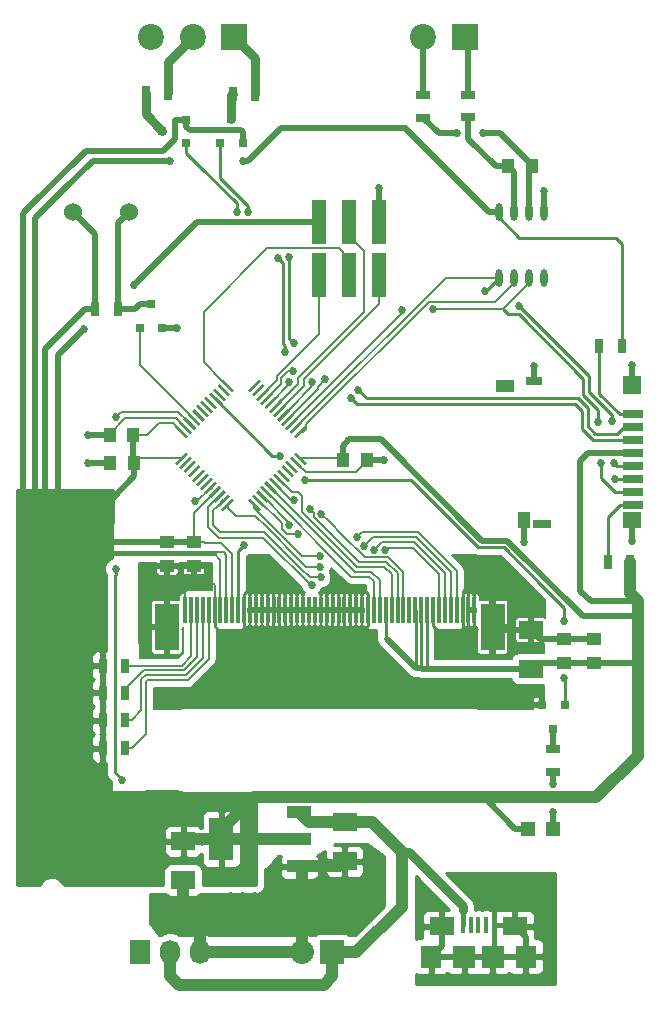
<source format=gtl>
G04 #@! TF.FileFunction,Copper,L1,Top,Signal*
%FSLAX46Y46*%
G04 Gerber Fmt 4.6, Leading zero omitted, Abs format (unit mm)*
G04 Created by KiCad (PCBNEW 4.0.1-stable) date 3/14/2016 2:44:03 AM*
%MOMM*%
G01*
G04 APERTURE LIST*
%ADD10C,0.100000*%
%ADD11R,0.300000X2.250000*%
%ADD12R,2.000000X4.000000*%
%ADD13C,0.685800*%
%ADD14R,1.000000X1.250000*%
%ADD15R,2.032000X1.524000*%
%ADD16R,1.250000X1.000000*%
%ADD17R,1.800000X0.750000*%
%ADD18R,1.600000X1.400000*%
%ADD19R,1.600000X1.500000*%
%ADD20R,1.400000X0.800000*%
%ADD21R,1.500000X0.800000*%
%ADD22R,1.000000X1.400000*%
%ADD23R,1.600000X1.000000*%
%ADD24R,1.198880X1.198880*%
%ADD25R,1.300000X3.700000*%
%ADD26R,2.200000X2.200000*%
%ADD27C,2.200000*%
%ADD28R,0.400000X1.350000*%
%ADD29R,2.100000X1.600000*%
%ADD30R,1.900000X1.900000*%
%ADD31R,1.800000X1.900000*%
%ADD32R,0.800100X0.800100*%
%ADD33R,1.300000X0.700000*%
%ADD34R,0.700000X1.300000*%
%ADD35C,1.524000*%
%ADD36O,0.609600X1.473200*%
%ADD37R,2.032000X3.657600*%
%ADD38R,2.032000X1.016000*%
%ADD39R,1.727200X2.032000*%
%ADD40O,1.727200X2.032000*%
%ADD41R,2.032000X2.032000*%
%ADD42O,2.032000X2.032000*%
%ADD43C,0.508000*%
%ADD44C,0.762000*%
%ADD45C,0.381000*%
%ADD46C,1.016000*%
%ADD47C,0.254000*%
%ADD48C,0.203200*%
%ADD49C,0.152400*%
G04 APERTURE END LIST*
D10*
D11*
X141000000Y-115700000D03*
X141500000Y-115700000D03*
X142000000Y-115700000D03*
X142500000Y-115700000D03*
X143000000Y-115700000D03*
X143500000Y-115700000D03*
X144000000Y-115700000D03*
X144500000Y-115700000D03*
X145000000Y-115700000D03*
X145500000Y-115700000D03*
X146000000Y-115700000D03*
X146500000Y-115700000D03*
X147000000Y-115700000D03*
X147500000Y-115700000D03*
X148000000Y-115700000D03*
X148500000Y-115700000D03*
X149000000Y-115700000D03*
X149500000Y-115700000D03*
X150000000Y-115700000D03*
X150500000Y-115700000D03*
X151000000Y-115700000D03*
X151500000Y-115700000D03*
X152000000Y-115700000D03*
X152500000Y-115700000D03*
X153000000Y-115700000D03*
X153500000Y-115700000D03*
X154000000Y-115700000D03*
X154500000Y-115700000D03*
X155000000Y-115700000D03*
X155500000Y-115700000D03*
X156000000Y-115700000D03*
X156500000Y-115700000D03*
X157000000Y-115700000D03*
X157500000Y-115700000D03*
X158000000Y-115700000D03*
X158500000Y-115700000D03*
X159000000Y-115700000D03*
X159500000Y-115700000D03*
X160000000Y-115700000D03*
X160500000Y-115700000D03*
X161000000Y-115700000D03*
X161500000Y-115700000D03*
X162000000Y-115700000D03*
X162500000Y-115700000D03*
X163000000Y-115700000D03*
X163500000Y-115700000D03*
X164000000Y-115700000D03*
X164500000Y-115700000D03*
X165000000Y-115700000D03*
X165500000Y-115700000D03*
D12*
X139460000Y-117150000D03*
X167040000Y-117150000D03*
D13*
X156362400Y-122478800D03*
X155092400Y-122478800D03*
X153822400Y-122478800D03*
X152552400Y-122478800D03*
X151282400Y-122478800D03*
X150012400Y-122478800D03*
X148742400Y-122478800D03*
X147472400Y-122478800D03*
X146202400Y-122478800D03*
X156362400Y-121208800D03*
X155092400Y-121208800D03*
X153822400Y-121208800D03*
X152552400Y-121208800D03*
X151282400Y-121208800D03*
X150012400Y-121208800D03*
X148742400Y-121208800D03*
X147472400Y-121208800D03*
X146202400Y-121208800D03*
X156362400Y-119938800D03*
X155092400Y-119938800D03*
X153822400Y-119938800D03*
X152552400Y-119938800D03*
X151282400Y-119938800D03*
X150012400Y-119938800D03*
X148742400Y-119938800D03*
X147472400Y-119938800D03*
X146202400Y-119938800D03*
X156362400Y-118668800D03*
X155092400Y-118668800D03*
X153822400Y-118668800D03*
X152552400Y-118668800D03*
X151282400Y-118668800D03*
X150012400Y-118668800D03*
X148742400Y-118668800D03*
X147472400Y-118668800D03*
X146202400Y-118668800D03*
X167259000Y-113741200D03*
X166243000Y-113741200D03*
X165227000Y-113741200D03*
X167259000Y-112725200D03*
X166243000Y-112725200D03*
X165227000Y-112725200D03*
X167259000Y-111709200D03*
X166243000Y-111709200D03*
X165227000Y-111709200D03*
X147701000Y-113055400D03*
X146685000Y-113055400D03*
X147701000Y-112039400D03*
X146685000Y-112039400D03*
X170840400Y-140462000D03*
X169824400Y-140462000D03*
X168808400Y-140462000D03*
X167792400Y-140462000D03*
X166776400Y-140462000D03*
X165760400Y-140462000D03*
X170840400Y-139446000D03*
X169824400Y-139446000D03*
X168808400Y-139446000D03*
X167792400Y-139446000D03*
X166776400Y-139446000D03*
X165760400Y-139446000D03*
X170840400Y-138430000D03*
X169824400Y-138430000D03*
X168808400Y-138430000D03*
X167792400Y-138430000D03*
X166776400Y-138430000D03*
X165760400Y-138430000D03*
X140157200Y-114249200D03*
X139141200Y-114249200D03*
X138125200Y-114249200D03*
X140157200Y-113233200D03*
X139141200Y-113233200D03*
X138125200Y-113233200D03*
D11*
X141000000Y-115700000D03*
X141500000Y-115700000D03*
X142000000Y-115700000D03*
X142500000Y-115700000D03*
X143000000Y-115700000D03*
X143500000Y-115700000D03*
X144000000Y-115700000D03*
X144500000Y-115700000D03*
X145000000Y-115700000D03*
X145500000Y-115700000D03*
X146000000Y-115700000D03*
X146500000Y-115700000D03*
X147000000Y-115700000D03*
X147500000Y-115700000D03*
X148000000Y-115700000D03*
X148500000Y-115700000D03*
X149000000Y-115700000D03*
X149500000Y-115700000D03*
X150000000Y-115700000D03*
X150500000Y-115700000D03*
X151000000Y-115700000D03*
X151500000Y-115700000D03*
X152000000Y-115700000D03*
X152500000Y-115700000D03*
X153000000Y-115700000D03*
X153500000Y-115700000D03*
X154000000Y-115700000D03*
X154500000Y-115700000D03*
X155000000Y-115700000D03*
X155500000Y-115700000D03*
X156000000Y-115700000D03*
X156500000Y-115700000D03*
X157000000Y-115700000D03*
X157500000Y-115700000D03*
X158000000Y-115700000D03*
X158500000Y-115700000D03*
X159000000Y-115700000D03*
X159500000Y-115700000D03*
X160000000Y-115700000D03*
X160500000Y-115700000D03*
X161000000Y-115700000D03*
X161500000Y-115700000D03*
X162000000Y-115700000D03*
X162500000Y-115700000D03*
X163000000Y-115700000D03*
X163500000Y-115700000D03*
X164000000Y-115700000D03*
X164500000Y-115700000D03*
X165000000Y-115700000D03*
X165500000Y-115700000D03*
D12*
X139460000Y-117150000D03*
X167040000Y-117150000D03*
D13*
X145923000Y-142976600D03*
X144907000Y-142976600D03*
X145923000Y-141960600D03*
X146939000Y-141960600D03*
X147955000Y-140944600D03*
X146939000Y-142976600D03*
X146939000Y-140944600D03*
X147955000Y-141960600D03*
X147955000Y-142976600D03*
X146939000Y-139928600D03*
X144907000Y-140944600D03*
X144907000Y-139928600D03*
X145923000Y-140944600D03*
X145923000Y-139928600D03*
X144907000Y-141960600D03*
X147955000Y-139928600D03*
X156362400Y-141986000D03*
X155346400Y-141986000D03*
X154330400Y-141986000D03*
X153314400Y-141986000D03*
X156362400Y-140970000D03*
X155346400Y-140970000D03*
X154330400Y-140970000D03*
X153314400Y-140970000D03*
X156362400Y-139954000D03*
X155346400Y-139954000D03*
X154330400Y-139954000D03*
X153314400Y-139954000D03*
X156362400Y-138938000D03*
X155346400Y-138938000D03*
X154330400Y-138938000D03*
D14*
X168341800Y-78130400D03*
X170341800Y-78130400D03*
D15*
X154508200Y-133654800D03*
X154508200Y-136956800D03*
X140843000Y-135255000D03*
X140843000Y-138557000D03*
D16*
X141757400Y-109921800D03*
X141757400Y-111921800D03*
X139496800Y-109947200D03*
X139496800Y-111947200D03*
D14*
X136686800Y-103225600D03*
X134686800Y-103225600D03*
X154397200Y-102971600D03*
X156397200Y-102971600D03*
X136636000Y-100888800D03*
X134636000Y-100888800D03*
D15*
X170281600Y-120700800D03*
X170281600Y-117398800D03*
D16*
X173101000Y-118142000D03*
X173101000Y-120142000D03*
X175666400Y-118160800D03*
X175666400Y-120160800D03*
D17*
X178957800Y-99090800D03*
X178957800Y-100190800D03*
X178957800Y-101290800D03*
X178957800Y-102390800D03*
X178957800Y-103490800D03*
X178957800Y-104590800D03*
X178957800Y-105690800D03*
X178957800Y-106790800D03*
D18*
X178857800Y-108090800D03*
D19*
X178857800Y-96640800D03*
D20*
X170557800Y-96290800D03*
D21*
X171207800Y-108390800D03*
D22*
X169707800Y-108090800D03*
D23*
X168107800Y-96690800D03*
D24*
X170063160Y-134213600D03*
X172161200Y-134213600D03*
D25*
X152323800Y-82854800D03*
X154863800Y-82854800D03*
X152323800Y-87299800D03*
X154863800Y-87299800D03*
X157403800Y-82854800D03*
X157403800Y-87299800D03*
D26*
X164688400Y-67157600D03*
D27*
X161188400Y-67157600D03*
D26*
X145155800Y-67157600D03*
D27*
X141655800Y-67157600D03*
X138155800Y-67157600D03*
D28*
X164536600Y-142359000D03*
X165186600Y-142359000D03*
X165836600Y-142359000D03*
X166486600Y-142359000D03*
X167136600Y-142359000D03*
D29*
X162736600Y-142484000D03*
X168936600Y-142484000D03*
D30*
X164636600Y-145034000D03*
X167036600Y-145034000D03*
D31*
X169836600Y-145034000D03*
X161836600Y-145034000D03*
D32*
X137175200Y-91780360D03*
X139075200Y-91780360D03*
X138125200Y-89781380D03*
X143982400Y-76133960D03*
X145882400Y-76133960D03*
X144932400Y-74134980D03*
X141081760Y-76108600D03*
X141081760Y-74208600D03*
X139082780Y-75158600D03*
X173136600Y-123764040D03*
X171236600Y-123764040D03*
X172186600Y-125763020D03*
D33*
X164998400Y-73949600D03*
X164998400Y-72049600D03*
X161188400Y-74025800D03*
X161188400Y-72125800D03*
D34*
X135290600Y-90220800D03*
X133390600Y-90220800D03*
X145023800Y-71983600D03*
X146923800Y-71983600D03*
X137657800Y-71932800D03*
X139557800Y-71932800D03*
X135925600Y-120396000D03*
X134025600Y-120396000D03*
X135925600Y-122682000D03*
X134025600Y-122682000D03*
X135925600Y-125018800D03*
X134025600Y-125018800D03*
X135925600Y-127406400D03*
X134025600Y-127406400D03*
X178673800Y-111658400D03*
X176773800Y-111658400D03*
X176072800Y-93319600D03*
X177972800Y-93319600D03*
D33*
X172186600Y-127472400D03*
X172186600Y-129372400D03*
D35*
X131495800Y-81965800D03*
X136245800Y-81965800D03*
D10*
G36*
X140340811Y-103406379D02*
X140164034Y-103229602D01*
X141083273Y-102310363D01*
X141260050Y-102487140D01*
X140340811Y-103406379D01*
X140340811Y-103406379D01*
G37*
G36*
X140694364Y-103759932D02*
X140517587Y-103583155D01*
X141436826Y-102663916D01*
X141613603Y-102840693D01*
X140694364Y-103759932D01*
X140694364Y-103759932D01*
G37*
G36*
X141047918Y-104113486D02*
X140871141Y-103936709D01*
X141790380Y-103017470D01*
X141967157Y-103194247D01*
X141047918Y-104113486D01*
X141047918Y-104113486D01*
G37*
G36*
X141401471Y-104467039D02*
X141224694Y-104290262D01*
X142143933Y-103371023D01*
X142320710Y-103547800D01*
X141401471Y-104467039D01*
X141401471Y-104467039D01*
G37*
G36*
X141755024Y-104820592D02*
X141578247Y-104643815D01*
X142497486Y-103724576D01*
X142674263Y-103901353D01*
X141755024Y-104820592D01*
X141755024Y-104820592D01*
G37*
G36*
X142108578Y-105174146D02*
X141931801Y-104997369D01*
X142851040Y-104078130D01*
X143027817Y-104254907D01*
X142108578Y-105174146D01*
X142108578Y-105174146D01*
G37*
G36*
X142462131Y-105527699D02*
X142285354Y-105350922D01*
X143204593Y-104431683D01*
X143381370Y-104608460D01*
X142462131Y-105527699D01*
X142462131Y-105527699D01*
G37*
G36*
X142815685Y-105881253D02*
X142638908Y-105704476D01*
X143558147Y-104785237D01*
X143734924Y-104962014D01*
X142815685Y-105881253D01*
X142815685Y-105881253D01*
G37*
G36*
X143169238Y-106234806D02*
X142992461Y-106058029D01*
X143911700Y-105138790D01*
X144088477Y-105315567D01*
X143169238Y-106234806D01*
X143169238Y-106234806D01*
G37*
G36*
X143522791Y-106588359D02*
X143346014Y-106411582D01*
X144265253Y-105492343D01*
X144442030Y-105669120D01*
X143522791Y-106588359D01*
X143522791Y-106588359D01*
G37*
G36*
X143876345Y-106941913D02*
X143699568Y-106765136D01*
X144618807Y-105845897D01*
X144795584Y-106022674D01*
X143876345Y-106941913D01*
X143876345Y-106941913D01*
G37*
G36*
X144229898Y-107295466D02*
X144053121Y-107118689D01*
X144972360Y-106199450D01*
X145149137Y-106376227D01*
X144229898Y-107295466D01*
X144229898Y-107295466D01*
G37*
G36*
X147411879Y-107118689D02*
X147235102Y-107295466D01*
X146315863Y-106376227D01*
X146492640Y-106199450D01*
X147411879Y-107118689D01*
X147411879Y-107118689D01*
G37*
G36*
X147765432Y-106765136D02*
X147588655Y-106941913D01*
X146669416Y-106022674D01*
X146846193Y-105845897D01*
X147765432Y-106765136D01*
X147765432Y-106765136D01*
G37*
G36*
X148118986Y-106411582D02*
X147942209Y-106588359D01*
X147022970Y-105669120D01*
X147199747Y-105492343D01*
X148118986Y-106411582D01*
X148118986Y-106411582D01*
G37*
G36*
X148472539Y-106058029D02*
X148295762Y-106234806D01*
X147376523Y-105315567D01*
X147553300Y-105138790D01*
X148472539Y-106058029D01*
X148472539Y-106058029D01*
G37*
G36*
X148826092Y-105704476D02*
X148649315Y-105881253D01*
X147730076Y-104962014D01*
X147906853Y-104785237D01*
X148826092Y-105704476D01*
X148826092Y-105704476D01*
G37*
G36*
X149179646Y-105350922D02*
X149002869Y-105527699D01*
X148083630Y-104608460D01*
X148260407Y-104431683D01*
X149179646Y-105350922D01*
X149179646Y-105350922D01*
G37*
G36*
X149533199Y-104997369D02*
X149356422Y-105174146D01*
X148437183Y-104254907D01*
X148613960Y-104078130D01*
X149533199Y-104997369D01*
X149533199Y-104997369D01*
G37*
G36*
X149886753Y-104643815D02*
X149709976Y-104820592D01*
X148790737Y-103901353D01*
X148967514Y-103724576D01*
X149886753Y-104643815D01*
X149886753Y-104643815D01*
G37*
G36*
X150240306Y-104290262D02*
X150063529Y-104467039D01*
X149144290Y-103547800D01*
X149321067Y-103371023D01*
X150240306Y-104290262D01*
X150240306Y-104290262D01*
G37*
G36*
X150593859Y-103936709D02*
X150417082Y-104113486D01*
X149497843Y-103194247D01*
X149674620Y-103017470D01*
X150593859Y-103936709D01*
X150593859Y-103936709D01*
G37*
G36*
X150947413Y-103583155D02*
X150770636Y-103759932D01*
X149851397Y-102840693D01*
X150028174Y-102663916D01*
X150947413Y-103583155D01*
X150947413Y-103583155D01*
G37*
G36*
X151300966Y-103229602D02*
X151124189Y-103406379D01*
X150204950Y-102487140D01*
X150381727Y-102310363D01*
X151300966Y-103229602D01*
X151300966Y-103229602D01*
G37*
G36*
X150381727Y-101143637D02*
X150204950Y-100966860D01*
X151124189Y-100047621D01*
X151300966Y-100224398D01*
X150381727Y-101143637D01*
X150381727Y-101143637D01*
G37*
G36*
X150028174Y-100790084D02*
X149851397Y-100613307D01*
X150770636Y-99694068D01*
X150947413Y-99870845D01*
X150028174Y-100790084D01*
X150028174Y-100790084D01*
G37*
G36*
X149674620Y-100436530D02*
X149497843Y-100259753D01*
X150417082Y-99340514D01*
X150593859Y-99517291D01*
X149674620Y-100436530D01*
X149674620Y-100436530D01*
G37*
G36*
X149321067Y-100082977D02*
X149144290Y-99906200D01*
X150063529Y-98986961D01*
X150240306Y-99163738D01*
X149321067Y-100082977D01*
X149321067Y-100082977D01*
G37*
G36*
X148967514Y-99729424D02*
X148790737Y-99552647D01*
X149709976Y-98633408D01*
X149886753Y-98810185D01*
X148967514Y-99729424D01*
X148967514Y-99729424D01*
G37*
G36*
X148613960Y-99375870D02*
X148437183Y-99199093D01*
X149356422Y-98279854D01*
X149533199Y-98456631D01*
X148613960Y-99375870D01*
X148613960Y-99375870D01*
G37*
G36*
X148260407Y-99022317D02*
X148083630Y-98845540D01*
X149002869Y-97926301D01*
X149179646Y-98103078D01*
X148260407Y-99022317D01*
X148260407Y-99022317D01*
G37*
G36*
X147906853Y-98668763D02*
X147730076Y-98491986D01*
X148649315Y-97572747D01*
X148826092Y-97749524D01*
X147906853Y-98668763D01*
X147906853Y-98668763D01*
G37*
G36*
X147553300Y-98315210D02*
X147376523Y-98138433D01*
X148295762Y-97219194D01*
X148472539Y-97395971D01*
X147553300Y-98315210D01*
X147553300Y-98315210D01*
G37*
G36*
X147199747Y-97961657D02*
X147022970Y-97784880D01*
X147942209Y-96865641D01*
X148118986Y-97042418D01*
X147199747Y-97961657D01*
X147199747Y-97961657D01*
G37*
G36*
X146846193Y-97608103D02*
X146669416Y-97431326D01*
X147588655Y-96512087D01*
X147765432Y-96688864D01*
X146846193Y-97608103D01*
X146846193Y-97608103D01*
G37*
G36*
X146492640Y-97254550D02*
X146315863Y-97077773D01*
X147235102Y-96158534D01*
X147411879Y-96335311D01*
X146492640Y-97254550D01*
X146492640Y-97254550D01*
G37*
G36*
X145149137Y-97077773D02*
X144972360Y-97254550D01*
X144053121Y-96335311D01*
X144229898Y-96158534D01*
X145149137Y-97077773D01*
X145149137Y-97077773D01*
G37*
G36*
X144795584Y-97431326D02*
X144618807Y-97608103D01*
X143699568Y-96688864D01*
X143876345Y-96512087D01*
X144795584Y-97431326D01*
X144795584Y-97431326D01*
G37*
G36*
X144442030Y-97784880D02*
X144265253Y-97961657D01*
X143346014Y-97042418D01*
X143522791Y-96865641D01*
X144442030Y-97784880D01*
X144442030Y-97784880D01*
G37*
G36*
X144088477Y-98138433D02*
X143911700Y-98315210D01*
X142992461Y-97395971D01*
X143169238Y-97219194D01*
X144088477Y-98138433D01*
X144088477Y-98138433D01*
G37*
G36*
X143734924Y-98491986D02*
X143558147Y-98668763D01*
X142638908Y-97749524D01*
X142815685Y-97572747D01*
X143734924Y-98491986D01*
X143734924Y-98491986D01*
G37*
G36*
X143381370Y-98845540D02*
X143204593Y-99022317D01*
X142285354Y-98103078D01*
X142462131Y-97926301D01*
X143381370Y-98845540D01*
X143381370Y-98845540D01*
G37*
G36*
X143027817Y-99199093D02*
X142851040Y-99375870D01*
X141931801Y-98456631D01*
X142108578Y-98279854D01*
X143027817Y-99199093D01*
X143027817Y-99199093D01*
G37*
G36*
X142674263Y-99552647D02*
X142497486Y-99729424D01*
X141578247Y-98810185D01*
X141755024Y-98633408D01*
X142674263Y-99552647D01*
X142674263Y-99552647D01*
G37*
G36*
X142320710Y-99906200D02*
X142143933Y-100082977D01*
X141224694Y-99163738D01*
X141401471Y-98986961D01*
X142320710Y-99906200D01*
X142320710Y-99906200D01*
G37*
G36*
X141967157Y-100259753D02*
X141790380Y-100436530D01*
X140871141Y-99517291D01*
X141047918Y-99340514D01*
X141967157Y-100259753D01*
X141967157Y-100259753D01*
G37*
G36*
X141613603Y-100613307D02*
X141436826Y-100790084D01*
X140517587Y-99870845D01*
X140694364Y-99694068D01*
X141613603Y-100613307D01*
X141613603Y-100613307D01*
G37*
G36*
X141260050Y-100966860D02*
X141083273Y-101143637D01*
X140164034Y-100224398D01*
X140340811Y-100047621D01*
X141260050Y-100966860D01*
X141260050Y-100966860D01*
G37*
D36*
X171373800Y-81991200D03*
X170103800Y-81991200D03*
X168833800Y-81991200D03*
X167563800Y-81991200D03*
X167563800Y-87579200D03*
X168833800Y-87579200D03*
X170103800Y-87579200D03*
X171373800Y-87579200D03*
D37*
X144068800Y-135102600D03*
D38*
X150672800Y-135102600D03*
X150672800Y-132816600D03*
X150672800Y-137388600D03*
D39*
X137210800Y-144627600D03*
D40*
X139750800Y-144627600D03*
X142290800Y-144627600D03*
D41*
X153466800Y-144678400D03*
D42*
X150926800Y-144678400D03*
D13*
X153314400Y-138938000D03*
X164007800Y-75311000D03*
X166192200Y-75311000D03*
X178841400Y-109804200D03*
X141834033Y-106477233D03*
X157861000Y-102946200D03*
X169697400Y-109905800D03*
X170535600Y-95046800D03*
X178866800Y-94945200D03*
X177368200Y-104597200D03*
X157403800Y-79984600D03*
X171399200Y-80187800D03*
X132791200Y-103225600D03*
X132791200Y-100888800D03*
X140360400Y-91770200D03*
X132486400Y-91897200D03*
X136652000Y-88188800D03*
X145872200Y-77673200D03*
X139725400Y-77673200D03*
X155651200Y-97028000D03*
X150183713Y-95485216D03*
X155083196Y-97776732D03*
X152881800Y-96138200D03*
X166370000Y-88646000D03*
X169265600Y-89941400D03*
X177165000Y-99695000D03*
X177317400Y-103241710D03*
X175996600Y-99745800D03*
X176199800Y-103241710D03*
X159410400Y-90246200D03*
X162026600Y-90228785D03*
X172186600Y-130441689D03*
X172186600Y-132791200D03*
X145973800Y-110197910D03*
X150225819Y-106364979D03*
X151567294Y-107131705D03*
X149819866Y-108498133D03*
X152557903Y-107542948D03*
X150594566Y-109272834D03*
X157937200Y-110578853D03*
X151751900Y-113575707D03*
X157034699Y-110565355D03*
X152477727Y-112927997D03*
X156196230Y-110269901D03*
X152450800Y-112039403D03*
X155600400Y-109474000D03*
X152450800Y-111150400D03*
X135153400Y-112191800D03*
X135686800Y-130073400D03*
X135148900Y-99334900D03*
X146354800Y-82003890D03*
X149834600Y-85775800D03*
X150190200Y-93116400D03*
X149817484Y-96372463D03*
X145364200Y-82003890D03*
X148869400Y-85877400D03*
X149479000Y-93802200D03*
X151716190Y-96402087D03*
X173101000Y-116636800D03*
X173126400Y-121412000D03*
X149072600Y-102616000D03*
X151120980Y-104677559D03*
D43*
X168341800Y-78130400D02*
X167333800Y-78130400D01*
X167333800Y-78130400D02*
X164998400Y-75795000D01*
X164998400Y-75795000D02*
X164998400Y-74807600D01*
X164998400Y-74807600D02*
X164998400Y-73949600D01*
X168833800Y-81991200D02*
X168833800Y-78622400D01*
X168833800Y-78622400D02*
X168341800Y-78130400D01*
X164007800Y-75311000D02*
X162473600Y-75311000D01*
X162473600Y-75311000D02*
X161188400Y-74025800D01*
X170341800Y-78130400D02*
X170341800Y-78005400D01*
X170341800Y-78005400D02*
X167647400Y-75311000D01*
X167647400Y-75311000D02*
X167522400Y-75311000D01*
X167522400Y-75311000D02*
X166192200Y-75311000D01*
X170103800Y-81991200D02*
X170103800Y-78368400D01*
X170103800Y-78368400D02*
X170341800Y-78130400D01*
D44*
X164536600Y-141097000D02*
X164536600Y-140762200D01*
X164536600Y-140762200D02*
X159969200Y-136194800D01*
X159969200Y-136194800D02*
X159385000Y-136194800D01*
D45*
X164536600Y-141097000D02*
X164536600Y-140559000D01*
X164536600Y-141303000D02*
X164536600Y-141097000D01*
X164536600Y-142359000D02*
X164536600Y-141303000D01*
X159428400Y-136194800D02*
X159385000Y-136194800D01*
D46*
X154508200Y-133654800D02*
X151511000Y-133654800D01*
X151511000Y-133654800D02*
X150672800Y-132816600D01*
X153466800Y-144678400D02*
X155498800Y-144678400D01*
X156845000Y-133654800D02*
X154508200Y-133654800D01*
X155498800Y-144678400D02*
X159385000Y-140792200D01*
X159385000Y-136194800D02*
X156845000Y-133654800D01*
X159385000Y-140792200D02*
X159385000Y-136194800D01*
X139750800Y-144627600D02*
X139750800Y-146659600D01*
X139750800Y-146659600D02*
X140512800Y-147421600D01*
X140512800Y-147421600D02*
X152755600Y-147421600D01*
X152755600Y-147421600D02*
X153466800Y-146710400D01*
X153466800Y-146710400D02*
X153466800Y-144678400D01*
D43*
X178857800Y-108090800D02*
X178857800Y-109787800D01*
X178857800Y-109787800D02*
X178841400Y-109804200D01*
D45*
X167136600Y-142359000D02*
X167136600Y-144934000D01*
X167136600Y-144934000D02*
X167036600Y-145034000D01*
X167136600Y-142359000D02*
X168811600Y-142359000D01*
X168811600Y-142359000D02*
X168936600Y-142484000D01*
X167132000Y-141298400D02*
X167132000Y-139268200D01*
X167136600Y-142359000D02*
X167136600Y-141303000D01*
X167136600Y-141303000D02*
X167132000Y-141298400D01*
D43*
X169836600Y-145034000D02*
X169836600Y-143384000D01*
X169836600Y-143384000D02*
X168936600Y-142484000D01*
X167036600Y-145034000D02*
X169836600Y-145034000D01*
X164636600Y-145034000D02*
X167036600Y-145034000D01*
X161836600Y-145034000D02*
X164636600Y-145034000D01*
X162736600Y-142484000D02*
X162736600Y-144134000D01*
X162736600Y-144134000D02*
X161836600Y-145034000D01*
D47*
X144048400Y-117627400D02*
X145161000Y-117627400D01*
X143500000Y-115700000D02*
X143500000Y-117079000D01*
X143500000Y-117079000D02*
X144048400Y-117627400D01*
X146000000Y-115700000D02*
X146000000Y-118695000D01*
X146986200Y-113334800D02*
X147751800Y-113334800D01*
X146000000Y-115700000D02*
X146000000Y-114321000D01*
X146000000Y-114321000D02*
X146986200Y-113334800D01*
X155570600Y-118008400D02*
X155016200Y-118008400D01*
X156500000Y-115700000D02*
X156500000Y-117079000D01*
X156500000Y-117079000D02*
X155570600Y-118008400D01*
X155894800Y-113715800D02*
X155067000Y-113715800D01*
X156500000Y-115700000D02*
X156500000Y-114321000D01*
X156500000Y-114321000D02*
X155894800Y-113715800D01*
X163183400Y-118262400D02*
X164312600Y-118262400D01*
X162000000Y-115700000D02*
X162000000Y-117079000D01*
X162000000Y-117079000D02*
X163183400Y-118262400D01*
X165404800Y-113182400D02*
X166293800Y-113182400D01*
X164500000Y-114087200D02*
X165404800Y-113182400D01*
X164500000Y-115700000D02*
X164500000Y-114087200D01*
X164515800Y-117094800D02*
X164515800Y-118694200D01*
X164500000Y-115700000D02*
X164500000Y-117079000D01*
X164500000Y-117079000D02*
X164515800Y-117094800D01*
D43*
X170281600Y-117398800D02*
X167288800Y-117398800D01*
X167288800Y-117398800D02*
X167040000Y-117150000D01*
X173101000Y-118142000D02*
X171024800Y-118142000D01*
X171024800Y-118142000D02*
X170281600Y-117398800D01*
X175666400Y-118160800D02*
X173119800Y-118160800D01*
X173119800Y-118160800D02*
X173101000Y-118142000D01*
D48*
X143230600Y-113284000D02*
X141376400Y-113284000D01*
X143500000Y-113553400D02*
X143230600Y-113284000D01*
X143500000Y-115700000D02*
X143500000Y-113553400D01*
X141020800Y-114351000D02*
X141020800Y-113461800D01*
X141000000Y-115700000D02*
X141000000Y-114371800D01*
X141000000Y-114371800D02*
X141020800Y-114351000D01*
X143186916Y-105333245D02*
X142042928Y-106477233D01*
X142042928Y-106477233D02*
X141834033Y-106477233D01*
D47*
X143186916Y-105333245D02*
X143186916Y-105326684D01*
D43*
X156397200Y-102971600D02*
X157835600Y-102971600D01*
X157835600Y-102971600D02*
X157861000Y-102946200D01*
X169707800Y-108090800D02*
X169707800Y-109895400D01*
X169707800Y-109895400D02*
X169697400Y-109905800D01*
X170557800Y-96290800D02*
X170557800Y-95069000D01*
X170557800Y-95069000D02*
X170535600Y-95046800D01*
X178857800Y-96640800D02*
X178857800Y-94954200D01*
X178857800Y-94954200D02*
X178866800Y-94945200D01*
D47*
X178957800Y-104590800D02*
X177374600Y-104590800D01*
X177374600Y-104590800D02*
X177368200Y-104597200D01*
D43*
X157403800Y-82854800D02*
X157403800Y-79984600D01*
D46*
X150672800Y-137388600D02*
X154076400Y-137388600D01*
X154076400Y-137388600D02*
X154508200Y-136956800D01*
X142290800Y-144627600D02*
X142290800Y-142595600D01*
X142290800Y-142595600D02*
X140843000Y-141147800D01*
X140843000Y-141147800D02*
X140843000Y-138557000D01*
X150926800Y-144678400D02*
X150926800Y-137642600D01*
X150926800Y-137642600D02*
X150672800Y-137388600D01*
X142290800Y-144627600D02*
X150876000Y-144627600D01*
X150876000Y-144627600D02*
X150926800Y-144678400D01*
D43*
X171373800Y-81991200D02*
X171373800Y-80213200D01*
X171373800Y-80213200D02*
X171399200Y-80187800D01*
X134686800Y-103225600D02*
X132791200Y-103225600D01*
X134636000Y-100888800D02*
X132791200Y-100888800D01*
D48*
X151225881Y-104038400D02*
X155455400Y-104038400D01*
X155455400Y-104038400D02*
X156397200Y-103096600D01*
X156397200Y-103096600D02*
X156397200Y-102971600D01*
X150399405Y-103211924D02*
X151225881Y-104038400D01*
X141065595Y-100242076D02*
X140264509Y-99440990D01*
X135958810Y-99440990D02*
X134636000Y-100763800D01*
X140264509Y-99440990D02*
X135958810Y-99440990D01*
X134636000Y-100763800D02*
X134636000Y-100888800D01*
D43*
X139075200Y-91780360D02*
X140350240Y-91780360D01*
X140350240Y-91780360D02*
X140360400Y-91770200D01*
D47*
X158089600Y-118135400D02*
X158000000Y-118045800D01*
X158000000Y-118045800D02*
X158000000Y-115700000D01*
D43*
X160593600Y-120639400D02*
X158089600Y-118135400D01*
X158089600Y-118135400D02*
X158089600Y-118110000D01*
X161000000Y-120639400D02*
X160593600Y-120639400D01*
X161467800Y-120700800D02*
X161061400Y-120700800D01*
X170281600Y-120700800D02*
X161467800Y-120700800D01*
D47*
X161467800Y-120700800D02*
X161467800Y-117017800D01*
X161467800Y-117017800D02*
X161468999Y-117016601D01*
X161468999Y-117016601D02*
X161468999Y-115700000D01*
X161061400Y-120700800D02*
X161000000Y-120639400D01*
X161000000Y-120639400D02*
X161000000Y-115700000D01*
X161061400Y-120700800D02*
X160832800Y-120700800D01*
X160832800Y-120700800D02*
X160531001Y-120399001D01*
X160531001Y-120399001D02*
X160531001Y-117129801D01*
X160531001Y-117129801D02*
X160531001Y-115700000D01*
D43*
X173101000Y-120142000D02*
X170840400Y-120142000D01*
X170840400Y-120142000D02*
X170281600Y-120700800D01*
X175666400Y-120160800D02*
X173119800Y-120160800D01*
X173119800Y-120160800D02*
X173101000Y-120142000D01*
D46*
X179349400Y-120167400D02*
X179349400Y-116230400D01*
D43*
X179349400Y-120167400D02*
X179342800Y-120160800D01*
D46*
X179349400Y-128016000D02*
X179349400Y-120167400D01*
D43*
X179342800Y-120160800D02*
X175666400Y-120160800D01*
D45*
X143459200Y-110896400D02*
X133400800Y-110896400D01*
D48*
X144000000Y-115700000D02*
X144000000Y-114371800D01*
X144000000Y-114371800D02*
X143992600Y-114364400D01*
X143992600Y-114364400D02*
X143992600Y-111429800D01*
X143992600Y-111429800D02*
X143459200Y-110896400D01*
X143459200Y-110896400D02*
X143560800Y-110794800D01*
X143560800Y-110794800D02*
X144297400Y-110794800D01*
X144297400Y-110794800D02*
X144500000Y-110997400D01*
X144500000Y-110997400D02*
X144500000Y-115700000D01*
X145000000Y-115700000D02*
X145000000Y-110964000D01*
X142671200Y-110007400D02*
X142585600Y-109921800D01*
X145000000Y-110964000D02*
X144043400Y-110007400D01*
X144043400Y-110007400D02*
X142671200Y-110007400D01*
X142585600Y-109921800D02*
X141757400Y-109921800D01*
D43*
X179349400Y-116230400D02*
X174701200Y-116230400D01*
X174701200Y-116230400D02*
X168275000Y-109804200D01*
X157556200Y-101244400D02*
X154914600Y-101244400D01*
X168275000Y-109804200D02*
X166116000Y-109804200D01*
X166116000Y-109804200D02*
X157556200Y-101244400D01*
X154914600Y-101244400D02*
X154397200Y-101761800D01*
X154397200Y-101761800D02*
X154397200Y-102971600D01*
D46*
X179349400Y-116230400D02*
X179349400Y-114960400D01*
D47*
X177972800Y-93319600D02*
X177972800Y-92415600D01*
X177972800Y-92415600D02*
X177977800Y-92410600D01*
X177977800Y-92410600D02*
X177977800Y-84658200D01*
X177977800Y-84658200D02*
X177469800Y-84150200D01*
X177469800Y-84150200D02*
X169291000Y-84150200D01*
X169291000Y-84150200D02*
X167563800Y-82423000D01*
X167563800Y-82423000D02*
X167563800Y-81991200D01*
D46*
X179349400Y-114960400D02*
X178673800Y-114284800D01*
X178673800Y-114284800D02*
X178673800Y-111658400D01*
D43*
X178957800Y-102390800D02*
X175104200Y-102390800D01*
X175104200Y-102390800D02*
X174447200Y-103047800D01*
X174447200Y-103047800D02*
X174447200Y-114071400D01*
X175336200Y-114960400D02*
X179349400Y-114960400D01*
X174447200Y-114071400D02*
X175336200Y-114960400D01*
D46*
X146812001Y-131546599D02*
X166624000Y-131546599D01*
X166624000Y-131546599D02*
X175818801Y-131546599D01*
D43*
X170063160Y-134213600D02*
X168955720Y-134213600D01*
X168955720Y-134213600D02*
X166624000Y-131881880D01*
X166624000Y-131881880D02*
X166624000Y-131546599D01*
D46*
X144068800Y-135102600D02*
X144068800Y-134289800D01*
X144068800Y-134289800D02*
X146812001Y-131546599D01*
X175818801Y-131546599D02*
X179349400Y-128016000D01*
X150672800Y-135102600D02*
X144068800Y-135102600D01*
X144068800Y-135102600D02*
X140995400Y-135102600D01*
X140995400Y-135102600D02*
X140843000Y-135255000D01*
D43*
X127254000Y-82118200D02*
X127254000Y-108280200D01*
X127482600Y-81889600D02*
X127254000Y-82118200D01*
X132588000Y-76784200D02*
X127482600Y-81889600D01*
X132613400Y-76784200D02*
X132588000Y-76784200D01*
X139166600Y-76784200D02*
X132613400Y-76784200D01*
X130225800Y-94157800D02*
X130225800Y-107543600D01*
X130276600Y-94107000D02*
X130225800Y-94157800D01*
X132143501Y-92240099D02*
X130276600Y-94107000D01*
X132486400Y-91897200D02*
X132143501Y-92240099D01*
X152323800Y-82854800D02*
X141986000Y-82854800D01*
X141986000Y-82854800D02*
X136652000Y-88188800D01*
X145872200Y-77673200D02*
X146357133Y-77673200D01*
X159689800Y-74930000D02*
X166751000Y-81991200D01*
X166751000Y-81991200D02*
X167563800Y-81991200D01*
X146357133Y-77673200D02*
X149151133Y-74879200D01*
X149151133Y-74879200D02*
X159689800Y-74879200D01*
X159689800Y-74879200D02*
X159689800Y-74930000D01*
X167563800Y-81559400D02*
X167563800Y-81991200D01*
X133172200Y-77673200D02*
X139725400Y-77673200D01*
X130683000Y-80162400D02*
X133172200Y-77673200D01*
X130657600Y-80162400D02*
X130683000Y-80162400D01*
X139395200Y-76555600D02*
X139166600Y-76784200D01*
X140173709Y-75777091D02*
X139395200Y-76555600D01*
X141081760Y-74208600D02*
X140173709Y-74208601D01*
X140173709Y-74208601D02*
X140173709Y-75777091D01*
X128320800Y-82499200D02*
X128320800Y-107975400D01*
X130657600Y-80162400D02*
X128320800Y-82499200D01*
X129159000Y-93594400D02*
X129159000Y-107797600D01*
X133390600Y-90220800D02*
X132532600Y-90220800D01*
X132532600Y-90220800D02*
X129159000Y-93594400D01*
X134873400Y-106172000D02*
X132562600Y-106172000D01*
X136686800Y-103225600D02*
X136686800Y-104358600D01*
X136686800Y-104358600D02*
X134873400Y-106172000D01*
X136636000Y-100888800D02*
X136636000Y-103174800D01*
X136636000Y-103174800D02*
X136686800Y-103225600D01*
X138354400Y-109956600D02*
X133883400Y-109956600D01*
X139496800Y-109947200D02*
X138363800Y-109947200D01*
X138363800Y-109947200D02*
X138354400Y-109956600D01*
X141757400Y-109921800D02*
X139522200Y-109921800D01*
X139522200Y-109921800D02*
X139496800Y-109947200D01*
D48*
X150752958Y-102858371D02*
X154283971Y-102858371D01*
X154283971Y-102858371D02*
X154397200Y-102971600D01*
X143540469Y-105686798D02*
X141757400Y-107469867D01*
X141757400Y-107469867D02*
X141757400Y-109921800D01*
X140712042Y-102858371D02*
X137054029Y-102858371D01*
X137054029Y-102858371D02*
X136686800Y-103225600D01*
X137795000Y-100888800D02*
X136636000Y-100888800D01*
X138836400Y-99847400D02*
X137795000Y-100888800D01*
X139963813Y-99847400D02*
X138836400Y-99847400D01*
X140712042Y-100595629D02*
X139963813Y-99847400D01*
D43*
X145882400Y-76133960D02*
X145882400Y-75225910D01*
X145882400Y-75225910D02*
X145738890Y-75082400D01*
X145738890Y-75082400D02*
X141401800Y-75082400D01*
X141401800Y-75082400D02*
X141081760Y-74762360D01*
X141081760Y-74762360D02*
X141081760Y-74208600D01*
X133390600Y-90220800D02*
X133390600Y-83860600D01*
X133390600Y-83860600D02*
X131495800Y-81965800D01*
D47*
X178957800Y-99090800D02*
X177803800Y-99090800D01*
X177803800Y-99090800D02*
X176072800Y-97359800D01*
X176072800Y-97359800D02*
X176072800Y-94223600D01*
X176072800Y-94223600D02*
X176072800Y-93319600D01*
X156641790Y-97764590D02*
X156387790Y-97764590D01*
X156387790Y-97764590D02*
X155651200Y-97028000D01*
X166471600Y-97764590D02*
X156641790Y-97764590D01*
X169189390Y-97764590D02*
X166471600Y-97764590D01*
X172059600Y-97764590D02*
X169189390Y-97764590D01*
X174251224Y-97764590D02*
X172059600Y-97764590D01*
X175082210Y-99187000D02*
X175082209Y-98595575D01*
X175082209Y-98595575D02*
X174251224Y-97764590D01*
X175082210Y-100144976D02*
X175082210Y-99187000D01*
X176149000Y-100787190D02*
X175724424Y-100787190D01*
X175724424Y-100787190D02*
X175082210Y-100144976D01*
X177588976Y-100787190D02*
X176149000Y-100787190D01*
X178957800Y-100190800D02*
X178185366Y-100190800D01*
X178185366Y-100190800D02*
X177588976Y-100787190D01*
D48*
X147924531Y-97767202D02*
X149169783Y-96521950D01*
X149169783Y-96521950D02*
X149169783Y-96061566D01*
X149169783Y-96061566D02*
X149746133Y-95485216D01*
X149746133Y-95485216D02*
X150183713Y-95485216D01*
D47*
X156565600Y-98272600D02*
X155579064Y-98272600D01*
X155579064Y-98272600D02*
X155083196Y-97776732D01*
X166420800Y-98272600D02*
X156565600Y-98272600D01*
X174040800Y-98272600D02*
X166420800Y-98272600D01*
X174574200Y-98806000D02*
X174040800Y-98272600D01*
X174574200Y-100355400D02*
X174574200Y-98806000D01*
X175514000Y-101295200D02*
X174574200Y-100355400D01*
X175691800Y-101295200D02*
X175514000Y-101295200D01*
X177799400Y-101295200D02*
X175691800Y-101295200D01*
X178957800Y-101290800D02*
X177803800Y-101290800D01*
X177803800Y-101290800D02*
X177799400Y-101295200D01*
D48*
X152247600Y-96977200D02*
X152247600Y-96772400D01*
X152247600Y-96772400D02*
X152881800Y-96138200D01*
X150222627Y-99002173D02*
X152247600Y-96977200D01*
X149692298Y-99534969D02*
X150222627Y-99004640D01*
X150222627Y-99004640D02*
X150222627Y-99002173D01*
D47*
X166370000Y-88646000D02*
X166497000Y-88646000D01*
X166497000Y-88646000D02*
X167563800Y-87579200D01*
X175234600Y-95910400D02*
X169265600Y-89941400D01*
X175234600Y-96012000D02*
X175234600Y-95910400D01*
X175234600Y-97240034D02*
X175234600Y-96012000D01*
X177165000Y-99695000D02*
X177165000Y-99170434D01*
X177165000Y-99170434D02*
X175234600Y-97240034D01*
X178957800Y-103490800D02*
X177566490Y-103490800D01*
X177566490Y-103490800D02*
X177317400Y-103241710D01*
D48*
X150399405Y-100242076D02*
X150929734Y-99711747D01*
X150935453Y-99711747D02*
X163068000Y-87579200D01*
X163068000Y-87579200D02*
X167563800Y-87579200D01*
X150929734Y-99711747D02*
X150935453Y-99711747D01*
D47*
X175996600Y-99745800D02*
X175996600Y-98720468D01*
X175996600Y-98720468D02*
X174726590Y-97450458D01*
X174726590Y-97450458D02*
X174726590Y-96120824D01*
X174726590Y-96120824D02*
X169271067Y-90665301D01*
X169271067Y-90665301D02*
X168322531Y-90665301D01*
X168322531Y-90665301D02*
X167886015Y-90228785D01*
X178957800Y-105690800D02*
X177390426Y-105690800D01*
X177390426Y-105690800D02*
X176199800Y-104500174D01*
X176199800Y-104500174D02*
X176199800Y-103241710D01*
D48*
X150045851Y-99888522D02*
X150576180Y-99358193D01*
X150576180Y-99358193D02*
X150577807Y-99358193D01*
X150577807Y-99358193D02*
X159410400Y-90525600D01*
X159410400Y-90525600D02*
X159410400Y-90246200D01*
X170103800Y-87579200D02*
X170103800Y-88011000D01*
X170103800Y-88011000D02*
X167886015Y-90228785D01*
X167886015Y-90228785D02*
X162026600Y-90228785D01*
D47*
X176773800Y-111658400D02*
X176773800Y-107820800D01*
X176773800Y-107820800D02*
X177803800Y-106790800D01*
X177803800Y-106790800D02*
X178957800Y-106790800D01*
D43*
X172186600Y-130441689D02*
X172186600Y-129372400D01*
X172161200Y-134213600D02*
X172161200Y-132816600D01*
X172161200Y-132816600D02*
X172186600Y-132791200D01*
D48*
X135925600Y-120396000D02*
X140716000Y-120396000D01*
X140716000Y-120396000D02*
X141500000Y-119612000D01*
X141500000Y-119612000D02*
X141500000Y-115700000D01*
X135925600Y-122682000D02*
X135925600Y-122382000D01*
X142000000Y-117028200D02*
X142000000Y-115700000D01*
X135925600Y-122382000D02*
X137505190Y-120802410D01*
X137505190Y-120802410D02*
X140884341Y-120802409D01*
X140884341Y-120802409D02*
X142000000Y-119686750D01*
X142000000Y-119686750D02*
X142000000Y-117028200D01*
X135925600Y-125018800D02*
X136478800Y-125018800D01*
X136478800Y-125018800D02*
X137312400Y-124185200D01*
X141052682Y-121208818D02*
X142500000Y-119761500D01*
X137312400Y-124185200D02*
X137312400Y-121569950D01*
X137312400Y-121569950D02*
X137673531Y-121208819D01*
X142500000Y-117028200D02*
X142500000Y-115700000D01*
X137673531Y-121208819D02*
X141052682Y-121208818D01*
X142500000Y-119761500D02*
X142500000Y-117028200D01*
X135925600Y-127406400D02*
X136478800Y-127406400D01*
X136478800Y-127406400D02*
X137718810Y-126166390D01*
X137718810Y-126166390D02*
X137718810Y-121738290D01*
X137718810Y-121738290D02*
X137841872Y-121615228D01*
X137841872Y-121615228D02*
X141221023Y-121615227D01*
X141221023Y-121615227D02*
X143000000Y-119836250D01*
X143000000Y-119836250D02*
X143000000Y-115700000D01*
D47*
X145500000Y-115700000D02*
X145500000Y-110671710D01*
X145500000Y-110671710D02*
X145973800Y-110197910D01*
D48*
X148631638Y-104979691D02*
X150016926Y-106364979D01*
X150016926Y-106364979D02*
X150225819Y-106364979D01*
X157000000Y-115700000D02*
X157000000Y-114371800D01*
X157000000Y-114371800D02*
X156997400Y-114369200D01*
X156997400Y-113258600D02*
X156591000Y-112852200D01*
X156997400Y-114369200D02*
X156997400Y-113258600D01*
X156591000Y-112852200D02*
X155089933Y-112852200D01*
X155089933Y-112852200D02*
X147924531Y-105686798D01*
X156759340Y-112445790D02*
X155390629Y-112445790D01*
X155390629Y-112445790D02*
X148278084Y-105333245D01*
X157500000Y-115700000D02*
X157500000Y-113186450D01*
X157500000Y-113186450D02*
X156759340Y-112445790D01*
X158500000Y-115700000D02*
X158500000Y-112653000D01*
X150873520Y-106054082D02*
X150536716Y-105717278D01*
X158500000Y-112653000D02*
X157886381Y-112039381D01*
X157886381Y-112039381D02*
X155558969Y-112039380D01*
X150873520Y-107353931D02*
X150873520Y-106054082D01*
X150076331Y-105717278D02*
X148985191Y-104626138D01*
X155558969Y-112039380D02*
X150873520Y-107353931D01*
X150536716Y-105717278D02*
X150076331Y-105717278D01*
X151567294Y-107131705D02*
X151910193Y-107474604D01*
X151910193Y-107474604D02*
X151910193Y-107815854D01*
X151910193Y-107815854D02*
X155727310Y-111632971D01*
X159000000Y-112578250D02*
X159000000Y-114371800D01*
X155727310Y-111632971D02*
X158054722Y-111632972D01*
X158054722Y-111632972D02*
X159000000Y-112578250D01*
X159000000Y-114371800D02*
X159000000Y-115700000D01*
X147570978Y-106040351D02*
X149819866Y-108289239D01*
X149819866Y-108289239D02*
X149819866Y-108498133D01*
X153238200Y-108229400D02*
X152557903Y-107549103D01*
X152557903Y-107549103D02*
X152557903Y-107542948D01*
X154329631Y-109320831D02*
X153238200Y-108229400D01*
X154331170Y-109320831D02*
X154329631Y-109320831D01*
X154331170Y-109320831D02*
X156236901Y-111226562D01*
X158223063Y-111226563D02*
X159500000Y-112503500D01*
X156236901Y-111226562D02*
X158223063Y-111226563D01*
X159500000Y-112503500D02*
X159500000Y-114371800D01*
X159500000Y-114371800D02*
X159500000Y-115700000D01*
X147217424Y-106393905D02*
X149172165Y-108348646D01*
X149172165Y-108348646D02*
X149172165Y-108809030D01*
X149172165Y-108809030D02*
X149635969Y-109272834D01*
X149635969Y-109272834D02*
X150594566Y-109272834D01*
X160324800Y-110413800D02*
X158102253Y-110413800D01*
X158102253Y-110413800D02*
X157937200Y-110578853D01*
X160324800Y-110413800D02*
X160310531Y-110399531D01*
X162509200Y-112598200D02*
X160324800Y-110413800D01*
X162509200Y-113157000D02*
X162509200Y-112598200D01*
X162509200Y-114362600D02*
X162509200Y-113157000D01*
X162500000Y-115700000D02*
X162500000Y-114371800D01*
X162500000Y-114371800D02*
X162509200Y-114362600D01*
X151160472Y-113096337D02*
X151639842Y-113575707D01*
X151639842Y-113575707D02*
X151751900Y-113575707D01*
X148406968Y-110342833D02*
X151160472Y-113096337D01*
X147614335Y-109550200D02*
X148406968Y-110342833D01*
X143894022Y-106040351D02*
X142976590Y-106957783D01*
X142976590Y-106957783D02*
X142976590Y-108677140D01*
X142976590Y-108677140D02*
X143849650Y-109550200D01*
X143849650Y-109550200D02*
X147614335Y-109550200D01*
X163000000Y-115700000D02*
X163000000Y-112514250D01*
X160416902Y-109931152D02*
X157668902Y-109931152D01*
X157668902Y-109931152D02*
X157034699Y-110565355D01*
X163000000Y-112514250D02*
X160416902Y-109931152D01*
X150846628Y-112207743D02*
X151566882Y-112927997D01*
X151566882Y-112927997D02*
X152477727Y-112927997D01*
X147706485Y-109067600D02*
X150846628Y-112207743D01*
X143865600Y-108991400D02*
X143941800Y-109067600D01*
X143941800Y-109067600D02*
X147706485Y-109067600D01*
X143383000Y-108508800D02*
X143865600Y-108991400D01*
X143383000Y-108305600D02*
X143383000Y-108508800D01*
X143383000Y-107264200D02*
X143383000Y-108305600D01*
X143408400Y-107238800D02*
X143383000Y-107264200D01*
X143717247Y-106929953D02*
X143408400Y-107238800D01*
X144247576Y-106393905D02*
X143717247Y-106924234D01*
X143717247Y-106924234D02*
X143717247Y-106929953D01*
X157683200Y-109524742D02*
X156941389Y-109524742D01*
X156941389Y-109524742D02*
X156196230Y-110269901D01*
X157886400Y-109524742D02*
X157683200Y-109524742D01*
X160585242Y-109524742D02*
X157886400Y-109524742D01*
X163500000Y-115700000D02*
X163500000Y-112439500D01*
X163500000Y-112439500D02*
X160585242Y-109524742D01*
X150770435Y-111556800D02*
X151253038Y-112039403D01*
X151253038Y-112039403D02*
X152450800Y-112039403D01*
X147902218Y-108688583D02*
X150770435Y-111556800D01*
X146960435Y-107746800D02*
X147902218Y-108688583D01*
X144601129Y-106747458D02*
X144601129Y-107024235D01*
X144601129Y-107024235D02*
X145323694Y-107746800D01*
X145323694Y-107746800D02*
X146960435Y-107746800D01*
X156946600Y-109118332D02*
X155956068Y-109118332D01*
X155956068Y-109118332D02*
X155600400Y-109474000D01*
X157851540Y-109118332D02*
X156946600Y-109118332D01*
X164000000Y-115700000D02*
X164000000Y-112364750D01*
X164000000Y-112364750D02*
X160753582Y-109118332D01*
X160753582Y-109118332D02*
X157851540Y-109118332D01*
X146863871Y-106747458D02*
X146863871Y-107075486D01*
X146863871Y-107075486D02*
X150938785Y-111150400D01*
X150938785Y-111150400D02*
X152450800Y-111150400D01*
X148631638Y-98474309D02*
X150560547Y-96545400D01*
X150560547Y-96545400D02*
X150560547Y-96024382D01*
X150560547Y-96024382D02*
X156159200Y-90425729D01*
X156159200Y-90425729D02*
X156159200Y-85318600D01*
X156159200Y-85318600D02*
X156127600Y-85318600D01*
X156127600Y-85318600D02*
X154863800Y-84054800D01*
X154863800Y-84054800D02*
X154863800Y-82854800D01*
X148631638Y-98474309D02*
X149161967Y-97943980D01*
X149161967Y-97943980D02*
X149161967Y-97929233D01*
X147570978Y-97413649D02*
X148763373Y-96221254D01*
X148763373Y-96221254D02*
X148763374Y-95893225D01*
X148763374Y-95893225D02*
X152323800Y-92332799D01*
X152323800Y-92332799D02*
X152323800Y-87299800D01*
X154863800Y-87299800D02*
X154863800Y-85928200D01*
X154863800Y-85928200D02*
X154000200Y-85064600D01*
X154000200Y-85064600D02*
X147980400Y-85064600D01*
X147980400Y-85064600D02*
X142570200Y-90474800D01*
X142570200Y-90474800D02*
X142570200Y-94675613D01*
X142570200Y-94675613D02*
X144070800Y-96176213D01*
X144070800Y-96176213D02*
X144601129Y-96706542D01*
X148985191Y-98827862D02*
X151068489Y-96744564D01*
X151068489Y-96744564D02*
X151068489Y-96091190D01*
X151068489Y-96091190D02*
X157403800Y-89755879D01*
X157403800Y-89755879D02*
X157403800Y-87299800D01*
D43*
X164998400Y-72049600D02*
X164998400Y-67467600D01*
X164998400Y-67467600D02*
X164688400Y-67157600D01*
X161188400Y-72125800D02*
X161188400Y-67157600D01*
D47*
X135051800Y-120827800D02*
X135051800Y-121107200D01*
X135051800Y-121107200D02*
X135051800Y-128828800D01*
X135153400Y-112191800D02*
X135153400Y-112676733D01*
X135051800Y-112778333D02*
X135051800Y-121107200D01*
X135153400Y-112676733D02*
X135051800Y-112778333D01*
X135051800Y-128828800D02*
X135051800Y-129438400D01*
X135051800Y-129438400D02*
X135686800Y-130073400D01*
D48*
X141419149Y-99888522D02*
X140420687Y-98890060D01*
X140420687Y-98890060D02*
X135593740Y-98890060D01*
X135593740Y-98890060D02*
X135148900Y-99334900D01*
D44*
X146923800Y-71983600D02*
X146923800Y-68925600D01*
X146923800Y-68925600D02*
X145155800Y-67157600D01*
X139557800Y-71932800D02*
X139557800Y-69255600D01*
X139557800Y-69255600D02*
X141655800Y-67157600D01*
D48*
X141772702Y-99534969D02*
X137175200Y-94937467D01*
X137175200Y-94937467D02*
X137175200Y-91780360D01*
D43*
X138125200Y-89781380D02*
X137217150Y-89781380D01*
X137217150Y-89781380D02*
X136777730Y-90220800D01*
X136777730Y-90220800D02*
X135290600Y-90220800D01*
X135290600Y-90220800D02*
X135290600Y-82921000D01*
X135290600Y-82921000D02*
X136245800Y-81965800D01*
D47*
X146354800Y-82003890D02*
X146354800Y-81518957D01*
X146354800Y-81518957D02*
X143982400Y-79146557D01*
X143982400Y-76788010D02*
X143982400Y-76133960D01*
X143982400Y-79146557D02*
X143982400Y-76788010D01*
X150190200Y-93116400D02*
X149834600Y-92760800D01*
X149834600Y-92760800D02*
X149834600Y-85775800D01*
D48*
X148278084Y-98120755D02*
X149817484Y-96581355D01*
X149817484Y-96581355D02*
X149817484Y-96372463D01*
D44*
X144932400Y-74134980D02*
X144932400Y-72075000D01*
X144932400Y-72075000D02*
X145023800Y-71983600D01*
D47*
X142232191Y-78147991D02*
X141081760Y-76997560D01*
X141081760Y-76997560D02*
X141081760Y-76108600D01*
X142265400Y-78147991D02*
X142232191Y-78147991D01*
X145364200Y-82003890D02*
X145364200Y-81246791D01*
X145364200Y-81246791D02*
X142265400Y-78147991D01*
X149326590Y-86563200D02*
X149326590Y-86334590D01*
X149326590Y-86334590D02*
X148869400Y-85877400D01*
X149326590Y-92971224D02*
X149326590Y-86563200D01*
X149479000Y-93802200D02*
X149479000Y-93317267D01*
X149479000Y-93317267D02*
X149326590Y-93164857D01*
X149326590Y-93164857D02*
X149326590Y-92971224D01*
D48*
X151688800Y-96824800D02*
X151688800Y-96429477D01*
X151688800Y-96429477D02*
X151716190Y-96402087D01*
X149869074Y-98644526D02*
X151688800Y-96824800D01*
X149338745Y-99181416D02*
X149869074Y-98651087D01*
X149869074Y-98651087D02*
X149869074Y-98644526D01*
D44*
X137657800Y-71932800D02*
X137657800Y-73733620D01*
X137657800Y-73733620D02*
X139082780Y-75158600D01*
D47*
X173101000Y-115528238D02*
X172633279Y-115060517D01*
X172633279Y-115060517D02*
X171265502Y-113620898D01*
X173101000Y-116636800D02*
X173101000Y-115528238D01*
X173136600Y-123109990D02*
X173136600Y-121422200D01*
X173136600Y-121422200D02*
X173126400Y-121412000D01*
X149072600Y-102616000D02*
X148389267Y-102616000D01*
X148389267Y-102616000D02*
X143540469Y-97767202D01*
X165785810Y-110388410D02*
X160096200Y-104698800D01*
X160096200Y-104698800D02*
X151142221Y-104698800D01*
X151142221Y-104698800D02*
X151120980Y-104677559D01*
X171265502Y-113620898D02*
X168033014Y-110388410D01*
X168033014Y-110388410D02*
X165785810Y-110388410D01*
X173136600Y-123764040D02*
X173136600Y-123109990D01*
D43*
X172186600Y-127472400D02*
X172186600Y-125763020D01*
D48*
X150752958Y-100595629D02*
X151029735Y-100595629D01*
X151029735Y-100595629D02*
X151252223Y-100373141D01*
X151252223Y-100373141D02*
X151252223Y-99969727D01*
X151252223Y-99969727D02*
X161640875Y-89581075D01*
X161640875Y-89581075D02*
X167263725Y-89581075D01*
X167263725Y-89581075D02*
X168833800Y-88011000D01*
X168833800Y-88011000D02*
X168833800Y-87579200D01*
D47*
G36*
X134850642Y-111258808D02*
X134600188Y-111362293D01*
X134324860Y-111637141D01*
X134175670Y-111996430D01*
X134175331Y-112385463D01*
X134305353Y-112700142D01*
X134289800Y-112778333D01*
X134289800Y-119132550D01*
X134152600Y-119269750D01*
X134152600Y-120269000D01*
X134172600Y-120269000D01*
X134172600Y-120523000D01*
X134152600Y-120523000D01*
X134152600Y-121522250D01*
X134169350Y-121539000D01*
X134152600Y-121555750D01*
X134152600Y-122555000D01*
X134172600Y-122555000D01*
X134172600Y-122809000D01*
X134152600Y-122809000D01*
X134152600Y-123808250D01*
X134194750Y-123850400D01*
X134152600Y-123892550D01*
X134152600Y-124891800D01*
X134172600Y-124891800D01*
X134172600Y-125145800D01*
X134152600Y-125145800D01*
X134152600Y-126145050D01*
X134220150Y-126212600D01*
X134152600Y-126280150D01*
X134152600Y-127279400D01*
X134172600Y-127279400D01*
X134172600Y-127533400D01*
X134152600Y-127533400D01*
X134152600Y-128532650D01*
X134289800Y-128669850D01*
X134289800Y-129438400D01*
X134347804Y-129730005D01*
X134447852Y-129879737D01*
X134512985Y-129977215D01*
X134708813Y-130173043D01*
X134708731Y-130267063D01*
X134774431Y-130426069D01*
X134772401Y-130936495D01*
X134782210Y-130985945D01*
X134810485Y-131027682D01*
X134852771Y-131055130D01*
X134899664Y-131064000D01*
X140279160Y-131052816D01*
X140943692Y-131185000D01*
X146989800Y-131185000D01*
X146989800Y-138950744D01*
X146745337Y-138950531D01*
X146714191Y-138963400D01*
X146148546Y-138963400D01*
X146118370Y-138950870D01*
X145729337Y-138950531D01*
X145698191Y-138963400D01*
X145132546Y-138963400D01*
X145102370Y-138950870D01*
X144713337Y-138950531D01*
X144682192Y-138963400D01*
X142506440Y-138963400D01*
X142506440Y-137795000D01*
X142462162Y-137559683D01*
X142323090Y-137343559D01*
X142110890Y-137198569D01*
X141859000Y-137147560D01*
X139827000Y-137147560D01*
X139591683Y-137191838D01*
X139375559Y-137330910D01*
X139230569Y-137543110D01*
X139179560Y-137795000D01*
X139179560Y-138963400D01*
X130757013Y-138963400D01*
X130692767Y-138807914D01*
X130373765Y-138488355D01*
X129956756Y-138315197D01*
X129505225Y-138314803D01*
X129087914Y-138487233D01*
X128768355Y-138806235D01*
X128703094Y-138963400D01*
X126795600Y-138963400D01*
X126795600Y-135540750D01*
X139192000Y-135540750D01*
X139192000Y-136143309D01*
X139288673Y-136376698D01*
X139467301Y-136555327D01*
X139700690Y-136652000D01*
X140557250Y-136652000D01*
X140716000Y-136493250D01*
X140716000Y-135382000D01*
X140970000Y-135382000D01*
X140970000Y-136493250D01*
X141128750Y-136652000D01*
X141985310Y-136652000D01*
X142218699Y-136555327D01*
X142397327Y-136376698D01*
X142417800Y-136327272D01*
X142417800Y-137057709D01*
X142514473Y-137291098D01*
X142693101Y-137469727D01*
X142926490Y-137566400D01*
X143783050Y-137566400D01*
X143941800Y-137407650D01*
X143941800Y-135229600D01*
X144195800Y-135229600D01*
X144195800Y-137407650D01*
X144354550Y-137566400D01*
X145211110Y-137566400D01*
X145444499Y-137469727D01*
X145623127Y-137291098D01*
X145719800Y-137057709D01*
X145719800Y-135388350D01*
X145561050Y-135229600D01*
X144195800Y-135229600D01*
X143941800Y-135229600D01*
X142576550Y-135229600D01*
X142417800Y-135388350D01*
X142417800Y-135464550D01*
X142335250Y-135382000D01*
X140970000Y-135382000D01*
X140716000Y-135382000D01*
X139350750Y-135382000D01*
X139192000Y-135540750D01*
X126795600Y-135540750D01*
X126795600Y-134366691D01*
X139192000Y-134366691D01*
X139192000Y-134969250D01*
X139350750Y-135128000D01*
X140716000Y-135128000D01*
X140716000Y-134016750D01*
X140970000Y-134016750D01*
X140970000Y-135128000D01*
X142335250Y-135128000D01*
X142494000Y-134969250D01*
X142494000Y-134893050D01*
X142576550Y-134975600D01*
X143941800Y-134975600D01*
X143941800Y-132797550D01*
X144195800Y-132797550D01*
X144195800Y-134975600D01*
X145561050Y-134975600D01*
X145719800Y-134816850D01*
X145719800Y-133147491D01*
X145623127Y-132914102D01*
X145444499Y-132735473D01*
X145211110Y-132638800D01*
X144354550Y-132638800D01*
X144195800Y-132797550D01*
X143941800Y-132797550D01*
X143783050Y-132638800D01*
X142926490Y-132638800D01*
X142693101Y-132735473D01*
X142514473Y-132914102D01*
X142417800Y-133147491D01*
X142417800Y-134182728D01*
X142397327Y-134133302D01*
X142218699Y-133954673D01*
X141985310Y-133858000D01*
X141128750Y-133858000D01*
X140970000Y-134016750D01*
X140716000Y-134016750D01*
X140557250Y-133858000D01*
X139700690Y-133858000D01*
X139467301Y-133954673D01*
X139288673Y-134133302D01*
X139192000Y-134366691D01*
X126795600Y-134366691D01*
X126795600Y-127692150D01*
X133040600Y-127692150D01*
X133040600Y-128182710D01*
X133137273Y-128416099D01*
X133315902Y-128594727D01*
X133549291Y-128691400D01*
X133739850Y-128691400D01*
X133898600Y-128532650D01*
X133898600Y-127533400D01*
X133199350Y-127533400D01*
X133040600Y-127692150D01*
X126795600Y-127692150D01*
X126795600Y-125304550D01*
X133040600Y-125304550D01*
X133040600Y-125795110D01*
X133137273Y-126028499D01*
X133315902Y-126207127D01*
X133329115Y-126212600D01*
X133315902Y-126218073D01*
X133137273Y-126396701D01*
X133040600Y-126630090D01*
X133040600Y-127120650D01*
X133199350Y-127279400D01*
X133898600Y-127279400D01*
X133898600Y-126280150D01*
X133831050Y-126212600D01*
X133898600Y-126145050D01*
X133898600Y-125145800D01*
X133199350Y-125145800D01*
X133040600Y-125304550D01*
X126795600Y-125304550D01*
X126795600Y-122967750D01*
X133040600Y-122967750D01*
X133040600Y-123458310D01*
X133137273Y-123691699D01*
X133295975Y-123850400D01*
X133137273Y-124009101D01*
X133040600Y-124242490D01*
X133040600Y-124733050D01*
X133199350Y-124891800D01*
X133898600Y-124891800D01*
X133898600Y-123892550D01*
X133856450Y-123850400D01*
X133898600Y-123808250D01*
X133898600Y-122809000D01*
X133199350Y-122809000D01*
X133040600Y-122967750D01*
X126795600Y-122967750D01*
X126795600Y-120681750D01*
X133040600Y-120681750D01*
X133040600Y-121172310D01*
X133137273Y-121405699D01*
X133270575Y-121539000D01*
X133137273Y-121672301D01*
X133040600Y-121905690D01*
X133040600Y-122396250D01*
X133199350Y-122555000D01*
X133898600Y-122555000D01*
X133898600Y-121555750D01*
X133881850Y-121539000D01*
X133898600Y-121522250D01*
X133898600Y-120523000D01*
X133199350Y-120523000D01*
X133040600Y-120681750D01*
X126795600Y-120681750D01*
X126795600Y-119619690D01*
X133040600Y-119619690D01*
X133040600Y-120110250D01*
X133199350Y-120269000D01*
X133898600Y-120269000D01*
X133898600Y-119269750D01*
X133739850Y-119111000D01*
X133549291Y-119111000D01*
X133315902Y-119207673D01*
X133137273Y-119386301D01*
X133040600Y-119619690D01*
X126795600Y-119619690D01*
X126795600Y-105536848D01*
X134873492Y-105511993D01*
X134850642Y-111258808D01*
X134850642Y-111258808D01*
G37*
X134850642Y-111258808D02*
X134600188Y-111362293D01*
X134324860Y-111637141D01*
X134175670Y-111996430D01*
X134175331Y-112385463D01*
X134305353Y-112700142D01*
X134289800Y-112778333D01*
X134289800Y-119132550D01*
X134152600Y-119269750D01*
X134152600Y-120269000D01*
X134172600Y-120269000D01*
X134172600Y-120523000D01*
X134152600Y-120523000D01*
X134152600Y-121522250D01*
X134169350Y-121539000D01*
X134152600Y-121555750D01*
X134152600Y-122555000D01*
X134172600Y-122555000D01*
X134172600Y-122809000D01*
X134152600Y-122809000D01*
X134152600Y-123808250D01*
X134194750Y-123850400D01*
X134152600Y-123892550D01*
X134152600Y-124891800D01*
X134172600Y-124891800D01*
X134172600Y-125145800D01*
X134152600Y-125145800D01*
X134152600Y-126145050D01*
X134220150Y-126212600D01*
X134152600Y-126280150D01*
X134152600Y-127279400D01*
X134172600Y-127279400D01*
X134172600Y-127533400D01*
X134152600Y-127533400D01*
X134152600Y-128532650D01*
X134289800Y-128669850D01*
X134289800Y-129438400D01*
X134347804Y-129730005D01*
X134447852Y-129879737D01*
X134512985Y-129977215D01*
X134708813Y-130173043D01*
X134708731Y-130267063D01*
X134774431Y-130426069D01*
X134772401Y-130936495D01*
X134782210Y-130985945D01*
X134810485Y-131027682D01*
X134852771Y-131055130D01*
X134899664Y-131064000D01*
X140279160Y-131052816D01*
X140943692Y-131185000D01*
X146989800Y-131185000D01*
X146989800Y-138950744D01*
X146745337Y-138950531D01*
X146714191Y-138963400D01*
X146148546Y-138963400D01*
X146118370Y-138950870D01*
X145729337Y-138950531D01*
X145698191Y-138963400D01*
X145132546Y-138963400D01*
X145102370Y-138950870D01*
X144713337Y-138950531D01*
X144682192Y-138963400D01*
X142506440Y-138963400D01*
X142506440Y-137795000D01*
X142462162Y-137559683D01*
X142323090Y-137343559D01*
X142110890Y-137198569D01*
X141859000Y-137147560D01*
X139827000Y-137147560D01*
X139591683Y-137191838D01*
X139375559Y-137330910D01*
X139230569Y-137543110D01*
X139179560Y-137795000D01*
X139179560Y-138963400D01*
X130757013Y-138963400D01*
X130692767Y-138807914D01*
X130373765Y-138488355D01*
X129956756Y-138315197D01*
X129505225Y-138314803D01*
X129087914Y-138487233D01*
X128768355Y-138806235D01*
X128703094Y-138963400D01*
X126795600Y-138963400D01*
X126795600Y-135540750D01*
X139192000Y-135540750D01*
X139192000Y-136143309D01*
X139288673Y-136376698D01*
X139467301Y-136555327D01*
X139700690Y-136652000D01*
X140557250Y-136652000D01*
X140716000Y-136493250D01*
X140716000Y-135382000D01*
X140970000Y-135382000D01*
X140970000Y-136493250D01*
X141128750Y-136652000D01*
X141985310Y-136652000D01*
X142218699Y-136555327D01*
X142397327Y-136376698D01*
X142417800Y-136327272D01*
X142417800Y-137057709D01*
X142514473Y-137291098D01*
X142693101Y-137469727D01*
X142926490Y-137566400D01*
X143783050Y-137566400D01*
X143941800Y-137407650D01*
X143941800Y-135229600D01*
X144195800Y-135229600D01*
X144195800Y-137407650D01*
X144354550Y-137566400D01*
X145211110Y-137566400D01*
X145444499Y-137469727D01*
X145623127Y-137291098D01*
X145719800Y-137057709D01*
X145719800Y-135388350D01*
X145561050Y-135229600D01*
X144195800Y-135229600D01*
X143941800Y-135229600D01*
X142576550Y-135229600D01*
X142417800Y-135388350D01*
X142417800Y-135464550D01*
X142335250Y-135382000D01*
X140970000Y-135382000D01*
X140716000Y-135382000D01*
X139350750Y-135382000D01*
X139192000Y-135540750D01*
X126795600Y-135540750D01*
X126795600Y-134366691D01*
X139192000Y-134366691D01*
X139192000Y-134969250D01*
X139350750Y-135128000D01*
X140716000Y-135128000D01*
X140716000Y-134016750D01*
X140970000Y-134016750D01*
X140970000Y-135128000D01*
X142335250Y-135128000D01*
X142494000Y-134969250D01*
X142494000Y-134893050D01*
X142576550Y-134975600D01*
X143941800Y-134975600D01*
X143941800Y-132797550D01*
X144195800Y-132797550D01*
X144195800Y-134975600D01*
X145561050Y-134975600D01*
X145719800Y-134816850D01*
X145719800Y-133147491D01*
X145623127Y-132914102D01*
X145444499Y-132735473D01*
X145211110Y-132638800D01*
X144354550Y-132638800D01*
X144195800Y-132797550D01*
X143941800Y-132797550D01*
X143783050Y-132638800D01*
X142926490Y-132638800D01*
X142693101Y-132735473D01*
X142514473Y-132914102D01*
X142417800Y-133147491D01*
X142417800Y-134182728D01*
X142397327Y-134133302D01*
X142218699Y-133954673D01*
X141985310Y-133858000D01*
X141128750Y-133858000D01*
X140970000Y-134016750D01*
X140716000Y-134016750D01*
X140557250Y-133858000D01*
X139700690Y-133858000D01*
X139467301Y-133954673D01*
X139288673Y-134133302D01*
X139192000Y-134366691D01*
X126795600Y-134366691D01*
X126795600Y-127692150D01*
X133040600Y-127692150D01*
X133040600Y-128182710D01*
X133137273Y-128416099D01*
X133315902Y-128594727D01*
X133549291Y-128691400D01*
X133739850Y-128691400D01*
X133898600Y-128532650D01*
X133898600Y-127533400D01*
X133199350Y-127533400D01*
X133040600Y-127692150D01*
X126795600Y-127692150D01*
X126795600Y-125304550D01*
X133040600Y-125304550D01*
X133040600Y-125795110D01*
X133137273Y-126028499D01*
X133315902Y-126207127D01*
X133329115Y-126212600D01*
X133315902Y-126218073D01*
X133137273Y-126396701D01*
X133040600Y-126630090D01*
X133040600Y-127120650D01*
X133199350Y-127279400D01*
X133898600Y-127279400D01*
X133898600Y-126280150D01*
X133831050Y-126212600D01*
X133898600Y-126145050D01*
X133898600Y-125145800D01*
X133199350Y-125145800D01*
X133040600Y-125304550D01*
X126795600Y-125304550D01*
X126795600Y-122967750D01*
X133040600Y-122967750D01*
X133040600Y-123458310D01*
X133137273Y-123691699D01*
X133295975Y-123850400D01*
X133137273Y-124009101D01*
X133040600Y-124242490D01*
X133040600Y-124733050D01*
X133199350Y-124891800D01*
X133898600Y-124891800D01*
X133898600Y-123892550D01*
X133856450Y-123850400D01*
X133898600Y-123808250D01*
X133898600Y-122809000D01*
X133199350Y-122809000D01*
X133040600Y-122967750D01*
X126795600Y-122967750D01*
X126795600Y-120681750D01*
X133040600Y-120681750D01*
X133040600Y-121172310D01*
X133137273Y-121405699D01*
X133270575Y-121539000D01*
X133137273Y-121672301D01*
X133040600Y-121905690D01*
X133040600Y-122396250D01*
X133199350Y-122555000D01*
X133898600Y-122555000D01*
X133898600Y-121555750D01*
X133881850Y-121539000D01*
X133898600Y-121522250D01*
X133898600Y-120523000D01*
X133199350Y-120523000D01*
X133040600Y-120681750D01*
X126795600Y-120681750D01*
X126795600Y-119619690D01*
X133040600Y-119619690D01*
X133040600Y-120110250D01*
X133199350Y-120269000D01*
X133898600Y-120269000D01*
X133898600Y-119269750D01*
X133739850Y-119111000D01*
X133549291Y-119111000D01*
X133315902Y-119207673D01*
X133137273Y-119386301D01*
X133040600Y-119619690D01*
X126795600Y-119619690D01*
X126795600Y-105536848D01*
X134873492Y-105511993D01*
X134850642Y-111258808D01*
D49*
G36*
X150824664Y-113730397D02*
X150824639Y-113759310D01*
X150965485Y-114100181D01*
X151133680Y-114268670D01*
X151075000Y-114327350D01*
X151075000Y-114383027D01*
X151070070Y-114387957D01*
X151019800Y-114509319D01*
X151019800Y-115439650D01*
X151075000Y-115494850D01*
X151075000Y-115522200D01*
X151425000Y-115522200D01*
X151425000Y-115502200D01*
X151575000Y-115502200D01*
X151575000Y-115522200D01*
X151925000Y-115522200D01*
X151925000Y-115502200D01*
X152075000Y-115502200D01*
X152075000Y-115522200D01*
X152425000Y-115522200D01*
X152425000Y-115494850D01*
X152480200Y-115439650D01*
X152480200Y-114509319D01*
X152519800Y-114509319D01*
X152519800Y-115439650D01*
X152575000Y-115494850D01*
X152575000Y-115522200D01*
X152925000Y-115522200D01*
X152925000Y-115494850D01*
X152980200Y-115439650D01*
X152980200Y-114509319D01*
X153019800Y-114509319D01*
X153019800Y-115439650D01*
X153075000Y-115494850D01*
X153075000Y-115522200D01*
X153425000Y-115522200D01*
X153425000Y-115494850D01*
X153480200Y-115439650D01*
X153480200Y-114509319D01*
X153519800Y-114509319D01*
X153519800Y-115439650D01*
X153575000Y-115494850D01*
X153575000Y-115522200D01*
X153925000Y-115522200D01*
X153925000Y-115494850D01*
X153980200Y-115439650D01*
X153980200Y-114509319D01*
X154019800Y-114509319D01*
X154019800Y-115439650D01*
X154075000Y-115494850D01*
X154075000Y-115522200D01*
X154425000Y-115522200D01*
X154425000Y-115494850D01*
X154480200Y-115439650D01*
X154480200Y-114509319D01*
X154519800Y-114509319D01*
X154519800Y-115439650D01*
X154575000Y-115494850D01*
X154575000Y-115522200D01*
X154925000Y-115522200D01*
X154925000Y-115494850D01*
X154980200Y-115439650D01*
X154980200Y-114509319D01*
X155019800Y-114509319D01*
X155019800Y-115439650D01*
X155075000Y-115494850D01*
X155075000Y-115522200D01*
X155425000Y-115522200D01*
X155425000Y-115494850D01*
X155480200Y-115439650D01*
X155480200Y-114509319D01*
X155519800Y-114509319D01*
X155519800Y-115439650D01*
X155575000Y-115494850D01*
X155575000Y-115522200D01*
X155925000Y-115522200D01*
X155925000Y-115494850D01*
X155980200Y-115439650D01*
X155980200Y-114509319D01*
X155929930Y-114387957D01*
X155925000Y-114383027D01*
X155925000Y-114327350D01*
X155842450Y-114244800D01*
X155784319Y-114244800D01*
X155750000Y-114259015D01*
X155715681Y-114244800D01*
X155657550Y-114244800D01*
X155575000Y-114327350D01*
X155575000Y-114383027D01*
X155570070Y-114387957D01*
X155519800Y-114509319D01*
X155480200Y-114509319D01*
X155429930Y-114387957D01*
X155425000Y-114383027D01*
X155425000Y-114327350D01*
X155342450Y-114244800D01*
X155284319Y-114244800D01*
X155250000Y-114259015D01*
X155215681Y-114244800D01*
X155157550Y-114244800D01*
X155075000Y-114327350D01*
X155075000Y-114383027D01*
X155070070Y-114387957D01*
X155019800Y-114509319D01*
X154980200Y-114509319D01*
X154929930Y-114387957D01*
X154925000Y-114383027D01*
X154925000Y-114327350D01*
X154842450Y-114244800D01*
X154784319Y-114244800D01*
X154750000Y-114259015D01*
X154715681Y-114244800D01*
X154657550Y-114244800D01*
X154575000Y-114327350D01*
X154575000Y-114383027D01*
X154570070Y-114387957D01*
X154519800Y-114509319D01*
X154480200Y-114509319D01*
X154429930Y-114387957D01*
X154425000Y-114383027D01*
X154425000Y-114327350D01*
X154342450Y-114244800D01*
X154284319Y-114244800D01*
X154250000Y-114259015D01*
X154215681Y-114244800D01*
X154157550Y-114244800D01*
X154075000Y-114327350D01*
X154075000Y-114383027D01*
X154070070Y-114387957D01*
X154019800Y-114509319D01*
X153980200Y-114509319D01*
X153929930Y-114387957D01*
X153925000Y-114383027D01*
X153925000Y-114327350D01*
X153842450Y-114244800D01*
X153784319Y-114244800D01*
X153750000Y-114259015D01*
X153715681Y-114244800D01*
X153657550Y-114244800D01*
X153575000Y-114327350D01*
X153575000Y-114383027D01*
X153570070Y-114387957D01*
X153519800Y-114509319D01*
X153480200Y-114509319D01*
X153429930Y-114387957D01*
X153425000Y-114383027D01*
X153425000Y-114327350D01*
X153342450Y-114244800D01*
X153284319Y-114244800D01*
X153250000Y-114259015D01*
X153215681Y-114244800D01*
X153157550Y-114244800D01*
X153075000Y-114327350D01*
X153075000Y-114383027D01*
X153070070Y-114387957D01*
X153019800Y-114509319D01*
X152980200Y-114509319D01*
X152929930Y-114387957D01*
X152925000Y-114383027D01*
X152925000Y-114327350D01*
X152842450Y-114244800D01*
X152784319Y-114244800D01*
X152750000Y-114259015D01*
X152715681Y-114244800D01*
X152657550Y-114244800D01*
X152575000Y-114327350D01*
X152575000Y-114383027D01*
X152570070Y-114387957D01*
X152519800Y-114509319D01*
X152480200Y-114509319D01*
X152429930Y-114387957D01*
X152425000Y-114383027D01*
X152425000Y-114327350D01*
X152368153Y-114270503D01*
X152537399Y-114101553D01*
X152639678Y-113855239D01*
X152661330Y-113855258D01*
X153002201Y-113714412D01*
X153263226Y-113453843D01*
X153404666Y-113113218D01*
X153404988Y-112744394D01*
X153283749Y-112450976D01*
X153377739Y-112224624D01*
X153377839Y-112109974D01*
X154604999Y-113337134D01*
X154827488Y-113485797D01*
X155089933Y-113538000D01*
X156306932Y-113538000D01*
X156311600Y-113542668D01*
X156311600Y-114244800D01*
X156284319Y-114244800D01*
X156250000Y-114259015D01*
X156215681Y-114244800D01*
X156157550Y-114244800D01*
X156075000Y-114327350D01*
X156075000Y-114383027D01*
X156070070Y-114387957D01*
X156019800Y-114509319D01*
X156019800Y-115439650D01*
X156075000Y-115494850D01*
X156075000Y-115522200D01*
X156150000Y-115522200D01*
X156150000Y-115877800D01*
X156075000Y-115877800D01*
X156075000Y-115905150D01*
X156019800Y-115960350D01*
X156019800Y-116890681D01*
X156070070Y-117012043D01*
X156075000Y-117016973D01*
X156075000Y-117072650D01*
X156157550Y-117155200D01*
X156215681Y-117155200D01*
X156250000Y-117140985D01*
X156284319Y-117155200D01*
X156368259Y-117155200D01*
X156423037Y-117240326D01*
X156618261Y-117373717D01*
X156850000Y-117420645D01*
X157150000Y-117420645D01*
X157253671Y-117401138D01*
X157288800Y-117408252D01*
X157288800Y-117921977D01*
X157251400Y-118110000D01*
X157251400Y-118135400D01*
X157315204Y-118456166D01*
X157496903Y-118728097D01*
X160000903Y-121232097D01*
X160272835Y-121413796D01*
X160593600Y-121477600D01*
X160752721Y-121477600D01*
X161061400Y-121539000D01*
X168684293Y-121539000D01*
X168710691Y-121679292D01*
X168838637Y-121878126D01*
X169033861Y-122011517D01*
X169265600Y-122058445D01*
X171297600Y-122058445D01*
X171428639Y-122033788D01*
X171426576Y-123104164D01*
X171414400Y-123116340D01*
X171414400Y-123586240D01*
X171425647Y-123586240D01*
X171424962Y-123941840D01*
X171414400Y-123941840D01*
X171414400Y-123961840D01*
X171058800Y-123961840D01*
X171058800Y-123941840D01*
X170588900Y-123941840D01*
X170506350Y-124024390D01*
X170506350Y-124052866D01*
X165976216Y-124049523D01*
X165555313Y-123965800D01*
X140944687Y-123965800D01*
X140617869Y-124030808D01*
X138404610Y-124029175D01*
X138404610Y-123298309D01*
X170506350Y-123298309D01*
X170506350Y-123503690D01*
X170588900Y-123586240D01*
X171058800Y-123586240D01*
X171058800Y-123116340D01*
X170976250Y-123033790D01*
X170770869Y-123033790D01*
X170649507Y-123084060D01*
X170556620Y-123176947D01*
X170506350Y-123298309D01*
X138404610Y-123298309D01*
X138404610Y-122301028D01*
X141221023Y-122301027D01*
X141483468Y-122248824D01*
X141705957Y-122100161D01*
X143484934Y-120321184D01*
X143534880Y-120246434D01*
X143633597Y-120098694D01*
X143685800Y-119836250D01*
X143685800Y-117387394D01*
X143850000Y-117420645D01*
X144150000Y-117420645D01*
X144253671Y-117401138D01*
X144350000Y-117420645D01*
X144650000Y-117420645D01*
X144753671Y-117401138D01*
X144850000Y-117420645D01*
X145150000Y-117420645D01*
X145253671Y-117401138D01*
X145350000Y-117420645D01*
X145650000Y-117420645D01*
X145866492Y-117379909D01*
X146065326Y-117251963D01*
X146131441Y-117155200D01*
X146215681Y-117155200D01*
X146250000Y-117140985D01*
X146284319Y-117155200D01*
X146342450Y-117155200D01*
X146425000Y-117072650D01*
X146425000Y-117016973D01*
X146429930Y-117012043D01*
X146480200Y-116890681D01*
X146480200Y-115960350D01*
X146519800Y-115960350D01*
X146519800Y-116890681D01*
X146570070Y-117012043D01*
X146575000Y-117016973D01*
X146575000Y-117072650D01*
X146657550Y-117155200D01*
X146715681Y-117155200D01*
X146750000Y-117140985D01*
X146784319Y-117155200D01*
X146842450Y-117155200D01*
X146925000Y-117072650D01*
X146925000Y-117016973D01*
X146929930Y-117012043D01*
X146980200Y-116890681D01*
X146980200Y-115960350D01*
X147019800Y-115960350D01*
X147019800Y-116890681D01*
X147070070Y-117012043D01*
X147075000Y-117016973D01*
X147075000Y-117072650D01*
X147157550Y-117155200D01*
X147215681Y-117155200D01*
X147250000Y-117140985D01*
X147284319Y-117155200D01*
X147342450Y-117155200D01*
X147425000Y-117072650D01*
X147425000Y-117016973D01*
X147429930Y-117012043D01*
X147480200Y-116890681D01*
X147480200Y-115960350D01*
X147519800Y-115960350D01*
X147519800Y-116890681D01*
X147570070Y-117012043D01*
X147575000Y-117016973D01*
X147575000Y-117072650D01*
X147657550Y-117155200D01*
X147715681Y-117155200D01*
X147750000Y-117140985D01*
X147784319Y-117155200D01*
X147842450Y-117155200D01*
X147925000Y-117072650D01*
X147925000Y-117016973D01*
X147929930Y-117012043D01*
X147980200Y-116890681D01*
X147980200Y-115960350D01*
X148019800Y-115960350D01*
X148019800Y-116890681D01*
X148070070Y-117012043D01*
X148075000Y-117016973D01*
X148075000Y-117072650D01*
X148157550Y-117155200D01*
X148215681Y-117155200D01*
X148250000Y-117140985D01*
X148284319Y-117155200D01*
X148342450Y-117155200D01*
X148425000Y-117072650D01*
X148425000Y-117016973D01*
X148429930Y-117012043D01*
X148480200Y-116890681D01*
X148480200Y-115960350D01*
X148519800Y-115960350D01*
X148519800Y-116890681D01*
X148570070Y-117012043D01*
X148575000Y-117016973D01*
X148575000Y-117072650D01*
X148657550Y-117155200D01*
X148715681Y-117155200D01*
X148750000Y-117140985D01*
X148784319Y-117155200D01*
X148842450Y-117155200D01*
X148925000Y-117072650D01*
X148925000Y-117016973D01*
X148929930Y-117012043D01*
X148980200Y-116890681D01*
X148980200Y-115960350D01*
X149019800Y-115960350D01*
X149019800Y-116890681D01*
X149070070Y-117012043D01*
X149075000Y-117016973D01*
X149075000Y-117072650D01*
X149157550Y-117155200D01*
X149215681Y-117155200D01*
X149250000Y-117140985D01*
X149284319Y-117155200D01*
X149342450Y-117155200D01*
X149425000Y-117072650D01*
X149425000Y-117016973D01*
X149429930Y-117012043D01*
X149480200Y-116890681D01*
X149480200Y-115960350D01*
X149519800Y-115960350D01*
X149519800Y-116890681D01*
X149570070Y-117012043D01*
X149575000Y-117016973D01*
X149575000Y-117072650D01*
X149657550Y-117155200D01*
X149715681Y-117155200D01*
X149750000Y-117140985D01*
X149784319Y-117155200D01*
X149842450Y-117155200D01*
X149925000Y-117072650D01*
X149925000Y-117016973D01*
X149929930Y-117012043D01*
X149980200Y-116890681D01*
X149980200Y-115960350D01*
X150019800Y-115960350D01*
X150019800Y-116890681D01*
X150070070Y-117012043D01*
X150075000Y-117016973D01*
X150075000Y-117072650D01*
X150157550Y-117155200D01*
X150215681Y-117155200D01*
X150250000Y-117140985D01*
X150284319Y-117155200D01*
X150342450Y-117155200D01*
X150425000Y-117072650D01*
X150425000Y-117016973D01*
X150429930Y-117012043D01*
X150480200Y-116890681D01*
X150480200Y-115960350D01*
X150519800Y-115960350D01*
X150519800Y-116890681D01*
X150570070Y-117012043D01*
X150575000Y-117016973D01*
X150575000Y-117072650D01*
X150657550Y-117155200D01*
X150715681Y-117155200D01*
X150750000Y-117140985D01*
X150784319Y-117155200D01*
X150842450Y-117155200D01*
X150925000Y-117072650D01*
X150925000Y-117016973D01*
X150929930Y-117012043D01*
X150980200Y-116890681D01*
X150980200Y-115960350D01*
X151019800Y-115960350D01*
X151019800Y-116890681D01*
X151070070Y-117012043D01*
X151075000Y-117016973D01*
X151075000Y-117072650D01*
X151157550Y-117155200D01*
X151215681Y-117155200D01*
X151250000Y-117140985D01*
X151284319Y-117155200D01*
X151342450Y-117155200D01*
X151425000Y-117072650D01*
X151425000Y-117016973D01*
X151429930Y-117012043D01*
X151480200Y-116890681D01*
X151480200Y-115960350D01*
X151519800Y-115960350D01*
X151519800Y-116890681D01*
X151570070Y-117012043D01*
X151575000Y-117016973D01*
X151575000Y-117072650D01*
X151657550Y-117155200D01*
X151715681Y-117155200D01*
X151750000Y-117140985D01*
X151784319Y-117155200D01*
X151842450Y-117155200D01*
X151925000Y-117072650D01*
X151925000Y-117016973D01*
X151929930Y-117012043D01*
X151980200Y-116890681D01*
X151980200Y-115960350D01*
X152019800Y-115960350D01*
X152019800Y-116890681D01*
X152070070Y-117012043D01*
X152075000Y-117016973D01*
X152075000Y-117072650D01*
X152157550Y-117155200D01*
X152215681Y-117155200D01*
X152250000Y-117140985D01*
X152284319Y-117155200D01*
X152342450Y-117155200D01*
X152425000Y-117072650D01*
X152425000Y-117016973D01*
X152429930Y-117012043D01*
X152480200Y-116890681D01*
X152480200Y-115960350D01*
X152519800Y-115960350D01*
X152519800Y-116890681D01*
X152570070Y-117012043D01*
X152575000Y-117016973D01*
X152575000Y-117072650D01*
X152657550Y-117155200D01*
X152715681Y-117155200D01*
X152750000Y-117140985D01*
X152784319Y-117155200D01*
X152842450Y-117155200D01*
X152925000Y-117072650D01*
X152925000Y-117016973D01*
X152929930Y-117012043D01*
X152980200Y-116890681D01*
X152980200Y-115960350D01*
X153019800Y-115960350D01*
X153019800Y-116890681D01*
X153070070Y-117012043D01*
X153075000Y-117016973D01*
X153075000Y-117072650D01*
X153157550Y-117155200D01*
X153215681Y-117155200D01*
X153250000Y-117140985D01*
X153284319Y-117155200D01*
X153342450Y-117155200D01*
X153425000Y-117072650D01*
X153425000Y-117016973D01*
X153429930Y-117012043D01*
X153480200Y-116890681D01*
X153480200Y-115960350D01*
X153519800Y-115960350D01*
X153519800Y-116890681D01*
X153570070Y-117012043D01*
X153575000Y-117016973D01*
X153575000Y-117072650D01*
X153657550Y-117155200D01*
X153715681Y-117155200D01*
X153750000Y-117140985D01*
X153784319Y-117155200D01*
X153842450Y-117155200D01*
X153925000Y-117072650D01*
X153925000Y-117016973D01*
X153929930Y-117012043D01*
X153980200Y-116890681D01*
X153980200Y-115960350D01*
X154019800Y-115960350D01*
X154019800Y-116890681D01*
X154070070Y-117012043D01*
X154075000Y-117016973D01*
X154075000Y-117072650D01*
X154157550Y-117155200D01*
X154215681Y-117155200D01*
X154250000Y-117140985D01*
X154284319Y-117155200D01*
X154342450Y-117155200D01*
X154425000Y-117072650D01*
X154425000Y-117016973D01*
X154429930Y-117012043D01*
X154480200Y-116890681D01*
X154480200Y-115960350D01*
X154519800Y-115960350D01*
X154519800Y-116890681D01*
X154570070Y-117012043D01*
X154575000Y-117016973D01*
X154575000Y-117072650D01*
X154657550Y-117155200D01*
X154715681Y-117155200D01*
X154750000Y-117140985D01*
X154784319Y-117155200D01*
X154842450Y-117155200D01*
X154925000Y-117072650D01*
X154925000Y-117016973D01*
X154929930Y-117012043D01*
X154980200Y-116890681D01*
X154980200Y-115960350D01*
X155019800Y-115960350D01*
X155019800Y-116890681D01*
X155070070Y-117012043D01*
X155075000Y-117016973D01*
X155075000Y-117072650D01*
X155157550Y-117155200D01*
X155215681Y-117155200D01*
X155250000Y-117140985D01*
X155284319Y-117155200D01*
X155342450Y-117155200D01*
X155425000Y-117072650D01*
X155425000Y-117016973D01*
X155429930Y-117012043D01*
X155480200Y-116890681D01*
X155480200Y-115960350D01*
X155519800Y-115960350D01*
X155519800Y-116890681D01*
X155570070Y-117012043D01*
X155575000Y-117016973D01*
X155575000Y-117072650D01*
X155657550Y-117155200D01*
X155715681Y-117155200D01*
X155750000Y-117140985D01*
X155784319Y-117155200D01*
X155842450Y-117155200D01*
X155925000Y-117072650D01*
X155925000Y-117016973D01*
X155929930Y-117012043D01*
X155980200Y-116890681D01*
X155980200Y-115960350D01*
X155925000Y-115905150D01*
X155925000Y-115877800D01*
X155575000Y-115877800D01*
X155575000Y-115905150D01*
X155519800Y-115960350D01*
X155480200Y-115960350D01*
X155425000Y-115905150D01*
X155425000Y-115877800D01*
X155075000Y-115877800D01*
X155075000Y-115905150D01*
X155019800Y-115960350D01*
X154980200Y-115960350D01*
X154925000Y-115905150D01*
X154925000Y-115877800D01*
X154575000Y-115877800D01*
X154575000Y-115905150D01*
X154519800Y-115960350D01*
X154480200Y-115960350D01*
X154425000Y-115905150D01*
X154425000Y-115877800D01*
X154075000Y-115877800D01*
X154075000Y-115905150D01*
X154019800Y-115960350D01*
X153980200Y-115960350D01*
X153925000Y-115905150D01*
X153925000Y-115877800D01*
X153575000Y-115877800D01*
X153575000Y-115905150D01*
X153519800Y-115960350D01*
X153480200Y-115960350D01*
X153425000Y-115905150D01*
X153425000Y-115877800D01*
X153075000Y-115877800D01*
X153075000Y-115905150D01*
X153019800Y-115960350D01*
X152980200Y-115960350D01*
X152925000Y-115905150D01*
X152925000Y-115877800D01*
X152575000Y-115877800D01*
X152575000Y-115905150D01*
X152519800Y-115960350D01*
X152480200Y-115960350D01*
X152425000Y-115905150D01*
X152425000Y-115877800D01*
X152075000Y-115877800D01*
X152075000Y-115905150D01*
X152019800Y-115960350D01*
X151980200Y-115960350D01*
X151925000Y-115905150D01*
X151925000Y-115877800D01*
X151575000Y-115877800D01*
X151575000Y-115905150D01*
X151519800Y-115960350D01*
X151480200Y-115960350D01*
X151425000Y-115905150D01*
X151425000Y-115877800D01*
X151075000Y-115877800D01*
X151075000Y-115905150D01*
X151019800Y-115960350D01*
X150980200Y-115960350D01*
X150925000Y-115905150D01*
X150925000Y-115877800D01*
X150575000Y-115877800D01*
X150575000Y-115905150D01*
X150519800Y-115960350D01*
X150480200Y-115960350D01*
X150425000Y-115905150D01*
X150425000Y-115877800D01*
X150075000Y-115877800D01*
X150075000Y-115905150D01*
X150019800Y-115960350D01*
X149980200Y-115960350D01*
X149925000Y-115905150D01*
X149925000Y-115877800D01*
X149575000Y-115877800D01*
X149575000Y-115905150D01*
X149519800Y-115960350D01*
X149480200Y-115960350D01*
X149425000Y-115905150D01*
X149425000Y-115877800D01*
X149075000Y-115877800D01*
X149075000Y-115905150D01*
X149019800Y-115960350D01*
X148980200Y-115960350D01*
X148925000Y-115905150D01*
X148925000Y-115877800D01*
X148575000Y-115877800D01*
X148575000Y-115905150D01*
X148519800Y-115960350D01*
X148480200Y-115960350D01*
X148425000Y-115905150D01*
X148425000Y-115877800D01*
X148075000Y-115877800D01*
X148075000Y-115905150D01*
X148019800Y-115960350D01*
X147980200Y-115960350D01*
X147925000Y-115905150D01*
X147925000Y-115877800D01*
X147575000Y-115877800D01*
X147575000Y-115905150D01*
X147519800Y-115960350D01*
X147480200Y-115960350D01*
X147425000Y-115905150D01*
X147425000Y-115877800D01*
X147075000Y-115877800D01*
X147075000Y-115905150D01*
X147019800Y-115960350D01*
X146980200Y-115960350D01*
X146925000Y-115905150D01*
X146925000Y-115877800D01*
X146575000Y-115877800D01*
X146575000Y-115905150D01*
X146519800Y-115960350D01*
X146480200Y-115960350D01*
X146425000Y-115905150D01*
X146425000Y-115877800D01*
X146350000Y-115877800D01*
X146350000Y-115522200D01*
X146425000Y-115522200D01*
X146425000Y-115494850D01*
X146480200Y-115439650D01*
X146480200Y-114509319D01*
X146519800Y-114509319D01*
X146519800Y-115439650D01*
X146575000Y-115494850D01*
X146575000Y-115522200D01*
X146925000Y-115522200D01*
X146925000Y-115494850D01*
X146980200Y-115439650D01*
X146980200Y-114509319D01*
X147019800Y-114509319D01*
X147019800Y-115439650D01*
X147075000Y-115494850D01*
X147075000Y-115522200D01*
X147425000Y-115522200D01*
X147425000Y-115494850D01*
X147480200Y-115439650D01*
X147480200Y-114509319D01*
X147519800Y-114509319D01*
X147519800Y-115439650D01*
X147575000Y-115494850D01*
X147575000Y-115522200D01*
X147925000Y-115522200D01*
X147925000Y-115494850D01*
X147980200Y-115439650D01*
X147980200Y-114509319D01*
X148019800Y-114509319D01*
X148019800Y-115439650D01*
X148075000Y-115494850D01*
X148075000Y-115522200D01*
X148425000Y-115522200D01*
X148425000Y-115494850D01*
X148480200Y-115439650D01*
X148480200Y-114509319D01*
X148519800Y-114509319D01*
X148519800Y-115439650D01*
X148575000Y-115494850D01*
X148575000Y-115522200D01*
X148925000Y-115522200D01*
X148925000Y-115494850D01*
X148980200Y-115439650D01*
X148980200Y-114509319D01*
X149019800Y-114509319D01*
X149019800Y-115439650D01*
X149075000Y-115494850D01*
X149075000Y-115522200D01*
X149425000Y-115522200D01*
X149425000Y-115494850D01*
X149480200Y-115439650D01*
X149480200Y-114509319D01*
X149519800Y-114509319D01*
X149519800Y-115439650D01*
X149575000Y-115494850D01*
X149575000Y-115522200D01*
X149925000Y-115522200D01*
X149925000Y-115494850D01*
X149980200Y-115439650D01*
X149980200Y-114509319D01*
X150019800Y-114509319D01*
X150019800Y-115439650D01*
X150075000Y-115494850D01*
X150075000Y-115522200D01*
X150425000Y-115522200D01*
X150425000Y-115494850D01*
X150480200Y-115439650D01*
X150480200Y-114509319D01*
X150519800Y-114509319D01*
X150519800Y-115439650D01*
X150575000Y-115494850D01*
X150575000Y-115522200D01*
X150925000Y-115522200D01*
X150925000Y-115494850D01*
X150980200Y-115439650D01*
X150980200Y-114509319D01*
X150929930Y-114387957D01*
X150925000Y-114383027D01*
X150925000Y-114327350D01*
X150842450Y-114244800D01*
X150784319Y-114244800D01*
X150750000Y-114259015D01*
X150715681Y-114244800D01*
X150657550Y-114244800D01*
X150575000Y-114327350D01*
X150575000Y-114383027D01*
X150570070Y-114387957D01*
X150519800Y-114509319D01*
X150480200Y-114509319D01*
X150429930Y-114387957D01*
X150425000Y-114383027D01*
X150425000Y-114327350D01*
X150342450Y-114244800D01*
X150284319Y-114244800D01*
X150250000Y-114259015D01*
X150215681Y-114244800D01*
X150157550Y-114244800D01*
X150075000Y-114327350D01*
X150075000Y-114383027D01*
X150070070Y-114387957D01*
X150019800Y-114509319D01*
X149980200Y-114509319D01*
X149929930Y-114387957D01*
X149925000Y-114383027D01*
X149925000Y-114327350D01*
X149842450Y-114244800D01*
X149784319Y-114244800D01*
X149750000Y-114259015D01*
X149715681Y-114244800D01*
X149657550Y-114244800D01*
X149575000Y-114327350D01*
X149575000Y-114383027D01*
X149570070Y-114387957D01*
X149519800Y-114509319D01*
X149480200Y-114509319D01*
X149429930Y-114387957D01*
X149425000Y-114383027D01*
X149425000Y-114327350D01*
X149342450Y-114244800D01*
X149284319Y-114244800D01*
X149250000Y-114259015D01*
X149215681Y-114244800D01*
X149157550Y-114244800D01*
X149075000Y-114327350D01*
X149075000Y-114383027D01*
X149070070Y-114387957D01*
X149019800Y-114509319D01*
X148980200Y-114509319D01*
X148929930Y-114387957D01*
X148925000Y-114383027D01*
X148925000Y-114327350D01*
X148842450Y-114244800D01*
X148784319Y-114244800D01*
X148750000Y-114259015D01*
X148715681Y-114244800D01*
X148657550Y-114244800D01*
X148575000Y-114327350D01*
X148575000Y-114383027D01*
X148570070Y-114387957D01*
X148519800Y-114509319D01*
X148480200Y-114509319D01*
X148429930Y-114387957D01*
X148425000Y-114383027D01*
X148425000Y-114327350D01*
X148342450Y-114244800D01*
X148284319Y-114244800D01*
X148250000Y-114259015D01*
X148215681Y-114244800D01*
X148157550Y-114244800D01*
X148075000Y-114327350D01*
X148075000Y-114383027D01*
X148070070Y-114387957D01*
X148019800Y-114509319D01*
X147980200Y-114509319D01*
X147929930Y-114387957D01*
X147925000Y-114383027D01*
X147925000Y-114327350D01*
X147842450Y-114244800D01*
X147784319Y-114244800D01*
X147750000Y-114259015D01*
X147715681Y-114244800D01*
X147657550Y-114244800D01*
X147575000Y-114327350D01*
X147575000Y-114383027D01*
X147570070Y-114387957D01*
X147519800Y-114509319D01*
X147480200Y-114509319D01*
X147429930Y-114387957D01*
X147425000Y-114383027D01*
X147425000Y-114327350D01*
X147342450Y-114244800D01*
X147284319Y-114244800D01*
X147250000Y-114259015D01*
X147215681Y-114244800D01*
X147157550Y-114244800D01*
X147075000Y-114327350D01*
X147075000Y-114383027D01*
X147070070Y-114387957D01*
X147019800Y-114509319D01*
X146980200Y-114509319D01*
X146929930Y-114387957D01*
X146925000Y-114383027D01*
X146925000Y-114327350D01*
X146842450Y-114244800D01*
X146784319Y-114244800D01*
X146750000Y-114259015D01*
X146715681Y-114244800D01*
X146657550Y-114244800D01*
X146575000Y-114327350D01*
X146575000Y-114383027D01*
X146570070Y-114387957D01*
X146519800Y-114509319D01*
X146480200Y-114509319D01*
X146429930Y-114387957D01*
X146425000Y-114383027D01*
X146425000Y-114327350D01*
X146342450Y-114244800D01*
X146284319Y-114244800D01*
X146250000Y-114259015D01*
X146215681Y-114244800D01*
X146211200Y-114244800D01*
X146211200Y-111102942D01*
X146465178Y-110998000D01*
X148092267Y-110998000D01*
X150824664Y-113730397D01*
X150824664Y-113730397D01*
G37*
X150824664Y-113730397D02*
X150824639Y-113759310D01*
X150965485Y-114100181D01*
X151133680Y-114268670D01*
X151075000Y-114327350D01*
X151075000Y-114383027D01*
X151070070Y-114387957D01*
X151019800Y-114509319D01*
X151019800Y-115439650D01*
X151075000Y-115494850D01*
X151075000Y-115522200D01*
X151425000Y-115522200D01*
X151425000Y-115502200D01*
X151575000Y-115502200D01*
X151575000Y-115522200D01*
X151925000Y-115522200D01*
X151925000Y-115502200D01*
X152075000Y-115502200D01*
X152075000Y-115522200D01*
X152425000Y-115522200D01*
X152425000Y-115494850D01*
X152480200Y-115439650D01*
X152480200Y-114509319D01*
X152519800Y-114509319D01*
X152519800Y-115439650D01*
X152575000Y-115494850D01*
X152575000Y-115522200D01*
X152925000Y-115522200D01*
X152925000Y-115494850D01*
X152980200Y-115439650D01*
X152980200Y-114509319D01*
X153019800Y-114509319D01*
X153019800Y-115439650D01*
X153075000Y-115494850D01*
X153075000Y-115522200D01*
X153425000Y-115522200D01*
X153425000Y-115494850D01*
X153480200Y-115439650D01*
X153480200Y-114509319D01*
X153519800Y-114509319D01*
X153519800Y-115439650D01*
X153575000Y-115494850D01*
X153575000Y-115522200D01*
X153925000Y-115522200D01*
X153925000Y-115494850D01*
X153980200Y-115439650D01*
X153980200Y-114509319D01*
X154019800Y-114509319D01*
X154019800Y-115439650D01*
X154075000Y-115494850D01*
X154075000Y-115522200D01*
X154425000Y-115522200D01*
X154425000Y-115494850D01*
X154480200Y-115439650D01*
X154480200Y-114509319D01*
X154519800Y-114509319D01*
X154519800Y-115439650D01*
X154575000Y-115494850D01*
X154575000Y-115522200D01*
X154925000Y-115522200D01*
X154925000Y-115494850D01*
X154980200Y-115439650D01*
X154980200Y-114509319D01*
X155019800Y-114509319D01*
X155019800Y-115439650D01*
X155075000Y-115494850D01*
X155075000Y-115522200D01*
X155425000Y-115522200D01*
X155425000Y-115494850D01*
X155480200Y-115439650D01*
X155480200Y-114509319D01*
X155519800Y-114509319D01*
X155519800Y-115439650D01*
X155575000Y-115494850D01*
X155575000Y-115522200D01*
X155925000Y-115522200D01*
X155925000Y-115494850D01*
X155980200Y-115439650D01*
X155980200Y-114509319D01*
X155929930Y-114387957D01*
X155925000Y-114383027D01*
X155925000Y-114327350D01*
X155842450Y-114244800D01*
X155784319Y-114244800D01*
X155750000Y-114259015D01*
X155715681Y-114244800D01*
X155657550Y-114244800D01*
X155575000Y-114327350D01*
X155575000Y-114383027D01*
X155570070Y-114387957D01*
X155519800Y-114509319D01*
X155480200Y-114509319D01*
X155429930Y-114387957D01*
X155425000Y-114383027D01*
X155425000Y-114327350D01*
X155342450Y-114244800D01*
X155284319Y-114244800D01*
X155250000Y-114259015D01*
X155215681Y-114244800D01*
X155157550Y-114244800D01*
X155075000Y-114327350D01*
X155075000Y-114383027D01*
X155070070Y-114387957D01*
X155019800Y-114509319D01*
X154980200Y-114509319D01*
X154929930Y-114387957D01*
X154925000Y-114383027D01*
X154925000Y-114327350D01*
X154842450Y-114244800D01*
X154784319Y-114244800D01*
X154750000Y-114259015D01*
X154715681Y-114244800D01*
X154657550Y-114244800D01*
X154575000Y-114327350D01*
X154575000Y-114383027D01*
X154570070Y-114387957D01*
X154519800Y-114509319D01*
X154480200Y-114509319D01*
X154429930Y-114387957D01*
X154425000Y-114383027D01*
X154425000Y-114327350D01*
X154342450Y-114244800D01*
X154284319Y-114244800D01*
X154250000Y-114259015D01*
X154215681Y-114244800D01*
X154157550Y-114244800D01*
X154075000Y-114327350D01*
X154075000Y-114383027D01*
X154070070Y-114387957D01*
X154019800Y-114509319D01*
X153980200Y-114509319D01*
X153929930Y-114387957D01*
X153925000Y-114383027D01*
X153925000Y-114327350D01*
X153842450Y-114244800D01*
X153784319Y-114244800D01*
X153750000Y-114259015D01*
X153715681Y-114244800D01*
X153657550Y-114244800D01*
X153575000Y-114327350D01*
X153575000Y-114383027D01*
X153570070Y-114387957D01*
X153519800Y-114509319D01*
X153480200Y-114509319D01*
X153429930Y-114387957D01*
X153425000Y-114383027D01*
X153425000Y-114327350D01*
X153342450Y-114244800D01*
X153284319Y-114244800D01*
X153250000Y-114259015D01*
X153215681Y-114244800D01*
X153157550Y-114244800D01*
X153075000Y-114327350D01*
X153075000Y-114383027D01*
X153070070Y-114387957D01*
X153019800Y-114509319D01*
X152980200Y-114509319D01*
X152929930Y-114387957D01*
X152925000Y-114383027D01*
X152925000Y-114327350D01*
X152842450Y-114244800D01*
X152784319Y-114244800D01*
X152750000Y-114259015D01*
X152715681Y-114244800D01*
X152657550Y-114244800D01*
X152575000Y-114327350D01*
X152575000Y-114383027D01*
X152570070Y-114387957D01*
X152519800Y-114509319D01*
X152480200Y-114509319D01*
X152429930Y-114387957D01*
X152425000Y-114383027D01*
X152425000Y-114327350D01*
X152368153Y-114270503D01*
X152537399Y-114101553D01*
X152639678Y-113855239D01*
X152661330Y-113855258D01*
X153002201Y-113714412D01*
X153263226Y-113453843D01*
X153404666Y-113113218D01*
X153404988Y-112744394D01*
X153283749Y-112450976D01*
X153377739Y-112224624D01*
X153377839Y-112109974D01*
X154604999Y-113337134D01*
X154827488Y-113485797D01*
X155089933Y-113538000D01*
X156306932Y-113538000D01*
X156311600Y-113542668D01*
X156311600Y-114244800D01*
X156284319Y-114244800D01*
X156250000Y-114259015D01*
X156215681Y-114244800D01*
X156157550Y-114244800D01*
X156075000Y-114327350D01*
X156075000Y-114383027D01*
X156070070Y-114387957D01*
X156019800Y-114509319D01*
X156019800Y-115439650D01*
X156075000Y-115494850D01*
X156075000Y-115522200D01*
X156150000Y-115522200D01*
X156150000Y-115877800D01*
X156075000Y-115877800D01*
X156075000Y-115905150D01*
X156019800Y-115960350D01*
X156019800Y-116890681D01*
X156070070Y-117012043D01*
X156075000Y-117016973D01*
X156075000Y-117072650D01*
X156157550Y-117155200D01*
X156215681Y-117155200D01*
X156250000Y-117140985D01*
X156284319Y-117155200D01*
X156368259Y-117155200D01*
X156423037Y-117240326D01*
X156618261Y-117373717D01*
X156850000Y-117420645D01*
X157150000Y-117420645D01*
X157253671Y-117401138D01*
X157288800Y-117408252D01*
X157288800Y-117921977D01*
X157251400Y-118110000D01*
X157251400Y-118135400D01*
X157315204Y-118456166D01*
X157496903Y-118728097D01*
X160000903Y-121232097D01*
X160272835Y-121413796D01*
X160593600Y-121477600D01*
X160752721Y-121477600D01*
X161061400Y-121539000D01*
X168684293Y-121539000D01*
X168710691Y-121679292D01*
X168838637Y-121878126D01*
X169033861Y-122011517D01*
X169265600Y-122058445D01*
X171297600Y-122058445D01*
X171428639Y-122033788D01*
X171426576Y-123104164D01*
X171414400Y-123116340D01*
X171414400Y-123586240D01*
X171425647Y-123586240D01*
X171424962Y-123941840D01*
X171414400Y-123941840D01*
X171414400Y-123961840D01*
X171058800Y-123961840D01*
X171058800Y-123941840D01*
X170588900Y-123941840D01*
X170506350Y-124024390D01*
X170506350Y-124052866D01*
X165976216Y-124049523D01*
X165555313Y-123965800D01*
X140944687Y-123965800D01*
X140617869Y-124030808D01*
X138404610Y-124029175D01*
X138404610Y-123298309D01*
X170506350Y-123298309D01*
X170506350Y-123503690D01*
X170588900Y-123586240D01*
X171058800Y-123586240D01*
X171058800Y-123116340D01*
X170976250Y-123033790D01*
X170770869Y-123033790D01*
X170649507Y-123084060D01*
X170556620Y-123176947D01*
X170506350Y-123298309D01*
X138404610Y-123298309D01*
X138404610Y-122301028D01*
X141221023Y-122301027D01*
X141483468Y-122248824D01*
X141705957Y-122100161D01*
X143484934Y-120321184D01*
X143534880Y-120246434D01*
X143633597Y-120098694D01*
X143685800Y-119836250D01*
X143685800Y-117387394D01*
X143850000Y-117420645D01*
X144150000Y-117420645D01*
X144253671Y-117401138D01*
X144350000Y-117420645D01*
X144650000Y-117420645D01*
X144753671Y-117401138D01*
X144850000Y-117420645D01*
X145150000Y-117420645D01*
X145253671Y-117401138D01*
X145350000Y-117420645D01*
X145650000Y-117420645D01*
X145866492Y-117379909D01*
X146065326Y-117251963D01*
X146131441Y-117155200D01*
X146215681Y-117155200D01*
X146250000Y-117140985D01*
X146284319Y-117155200D01*
X146342450Y-117155200D01*
X146425000Y-117072650D01*
X146425000Y-117016973D01*
X146429930Y-117012043D01*
X146480200Y-116890681D01*
X146480200Y-115960350D01*
X146519800Y-115960350D01*
X146519800Y-116890681D01*
X146570070Y-117012043D01*
X146575000Y-117016973D01*
X146575000Y-117072650D01*
X146657550Y-117155200D01*
X146715681Y-117155200D01*
X146750000Y-117140985D01*
X146784319Y-117155200D01*
X146842450Y-117155200D01*
X146925000Y-117072650D01*
X146925000Y-117016973D01*
X146929930Y-117012043D01*
X146980200Y-116890681D01*
X146980200Y-115960350D01*
X147019800Y-115960350D01*
X147019800Y-116890681D01*
X147070070Y-117012043D01*
X147075000Y-117016973D01*
X147075000Y-117072650D01*
X147157550Y-117155200D01*
X147215681Y-117155200D01*
X147250000Y-117140985D01*
X147284319Y-117155200D01*
X147342450Y-117155200D01*
X147425000Y-117072650D01*
X147425000Y-117016973D01*
X147429930Y-117012043D01*
X147480200Y-116890681D01*
X147480200Y-115960350D01*
X147519800Y-115960350D01*
X147519800Y-116890681D01*
X147570070Y-117012043D01*
X147575000Y-117016973D01*
X147575000Y-117072650D01*
X147657550Y-117155200D01*
X147715681Y-117155200D01*
X147750000Y-117140985D01*
X147784319Y-117155200D01*
X147842450Y-117155200D01*
X147925000Y-117072650D01*
X147925000Y-117016973D01*
X147929930Y-117012043D01*
X147980200Y-116890681D01*
X147980200Y-115960350D01*
X148019800Y-115960350D01*
X148019800Y-116890681D01*
X148070070Y-117012043D01*
X148075000Y-117016973D01*
X148075000Y-117072650D01*
X148157550Y-117155200D01*
X148215681Y-117155200D01*
X148250000Y-117140985D01*
X148284319Y-117155200D01*
X148342450Y-117155200D01*
X148425000Y-117072650D01*
X148425000Y-117016973D01*
X148429930Y-117012043D01*
X148480200Y-116890681D01*
X148480200Y-115960350D01*
X148519800Y-115960350D01*
X148519800Y-116890681D01*
X148570070Y-117012043D01*
X148575000Y-117016973D01*
X148575000Y-117072650D01*
X148657550Y-117155200D01*
X148715681Y-117155200D01*
X148750000Y-117140985D01*
X148784319Y-117155200D01*
X148842450Y-117155200D01*
X148925000Y-117072650D01*
X148925000Y-117016973D01*
X148929930Y-117012043D01*
X148980200Y-116890681D01*
X148980200Y-115960350D01*
X149019800Y-115960350D01*
X149019800Y-116890681D01*
X149070070Y-117012043D01*
X149075000Y-117016973D01*
X149075000Y-117072650D01*
X149157550Y-117155200D01*
X149215681Y-117155200D01*
X149250000Y-117140985D01*
X149284319Y-117155200D01*
X149342450Y-117155200D01*
X149425000Y-117072650D01*
X149425000Y-117016973D01*
X149429930Y-117012043D01*
X149480200Y-116890681D01*
X149480200Y-115960350D01*
X149519800Y-115960350D01*
X149519800Y-116890681D01*
X149570070Y-117012043D01*
X149575000Y-117016973D01*
X149575000Y-117072650D01*
X149657550Y-117155200D01*
X149715681Y-117155200D01*
X149750000Y-117140985D01*
X149784319Y-117155200D01*
X149842450Y-117155200D01*
X149925000Y-117072650D01*
X149925000Y-117016973D01*
X149929930Y-117012043D01*
X149980200Y-116890681D01*
X149980200Y-115960350D01*
X150019800Y-115960350D01*
X150019800Y-116890681D01*
X150070070Y-117012043D01*
X150075000Y-117016973D01*
X150075000Y-117072650D01*
X150157550Y-117155200D01*
X150215681Y-117155200D01*
X150250000Y-117140985D01*
X150284319Y-117155200D01*
X150342450Y-117155200D01*
X150425000Y-117072650D01*
X150425000Y-117016973D01*
X150429930Y-117012043D01*
X150480200Y-116890681D01*
X150480200Y-115960350D01*
X150519800Y-115960350D01*
X150519800Y-116890681D01*
X150570070Y-117012043D01*
X150575000Y-117016973D01*
X150575000Y-117072650D01*
X150657550Y-117155200D01*
X150715681Y-117155200D01*
X150750000Y-117140985D01*
X150784319Y-117155200D01*
X150842450Y-117155200D01*
X150925000Y-117072650D01*
X150925000Y-117016973D01*
X150929930Y-117012043D01*
X150980200Y-116890681D01*
X150980200Y-115960350D01*
X151019800Y-115960350D01*
X151019800Y-116890681D01*
X151070070Y-117012043D01*
X151075000Y-117016973D01*
X151075000Y-117072650D01*
X151157550Y-117155200D01*
X151215681Y-117155200D01*
X151250000Y-117140985D01*
X151284319Y-117155200D01*
X151342450Y-117155200D01*
X151425000Y-117072650D01*
X151425000Y-117016973D01*
X151429930Y-117012043D01*
X151480200Y-116890681D01*
X151480200Y-115960350D01*
X151519800Y-115960350D01*
X151519800Y-116890681D01*
X151570070Y-117012043D01*
X151575000Y-117016973D01*
X151575000Y-117072650D01*
X151657550Y-117155200D01*
X151715681Y-117155200D01*
X151750000Y-117140985D01*
X151784319Y-117155200D01*
X151842450Y-117155200D01*
X151925000Y-117072650D01*
X151925000Y-117016973D01*
X151929930Y-117012043D01*
X151980200Y-116890681D01*
X151980200Y-115960350D01*
X152019800Y-115960350D01*
X152019800Y-116890681D01*
X152070070Y-117012043D01*
X152075000Y-117016973D01*
X152075000Y-117072650D01*
X152157550Y-117155200D01*
X152215681Y-117155200D01*
X152250000Y-117140985D01*
X152284319Y-117155200D01*
X152342450Y-117155200D01*
X152425000Y-117072650D01*
X152425000Y-117016973D01*
X152429930Y-117012043D01*
X152480200Y-116890681D01*
X152480200Y-115960350D01*
X152519800Y-115960350D01*
X152519800Y-116890681D01*
X152570070Y-117012043D01*
X152575000Y-117016973D01*
X152575000Y-117072650D01*
X152657550Y-117155200D01*
X152715681Y-117155200D01*
X152750000Y-117140985D01*
X152784319Y-117155200D01*
X152842450Y-117155200D01*
X152925000Y-117072650D01*
X152925000Y-117016973D01*
X152929930Y-117012043D01*
X152980200Y-116890681D01*
X152980200Y-115960350D01*
X153019800Y-115960350D01*
X153019800Y-116890681D01*
X153070070Y-117012043D01*
X153075000Y-117016973D01*
X153075000Y-117072650D01*
X153157550Y-117155200D01*
X153215681Y-117155200D01*
X153250000Y-117140985D01*
X153284319Y-117155200D01*
X153342450Y-117155200D01*
X153425000Y-117072650D01*
X153425000Y-117016973D01*
X153429930Y-117012043D01*
X153480200Y-116890681D01*
X153480200Y-115960350D01*
X153519800Y-115960350D01*
X153519800Y-116890681D01*
X153570070Y-117012043D01*
X153575000Y-117016973D01*
X153575000Y-117072650D01*
X153657550Y-117155200D01*
X153715681Y-117155200D01*
X153750000Y-117140985D01*
X153784319Y-117155200D01*
X153842450Y-117155200D01*
X153925000Y-117072650D01*
X153925000Y-117016973D01*
X153929930Y-117012043D01*
X153980200Y-116890681D01*
X153980200Y-115960350D01*
X154019800Y-115960350D01*
X154019800Y-116890681D01*
X154070070Y-117012043D01*
X154075000Y-117016973D01*
X154075000Y-117072650D01*
X154157550Y-117155200D01*
X154215681Y-117155200D01*
X154250000Y-117140985D01*
X154284319Y-117155200D01*
X154342450Y-117155200D01*
X154425000Y-117072650D01*
X154425000Y-117016973D01*
X154429930Y-117012043D01*
X154480200Y-116890681D01*
X154480200Y-115960350D01*
X154519800Y-115960350D01*
X154519800Y-116890681D01*
X154570070Y-117012043D01*
X154575000Y-117016973D01*
X154575000Y-117072650D01*
X154657550Y-117155200D01*
X154715681Y-117155200D01*
X154750000Y-117140985D01*
X154784319Y-117155200D01*
X154842450Y-117155200D01*
X154925000Y-117072650D01*
X154925000Y-117016973D01*
X154929930Y-117012043D01*
X154980200Y-116890681D01*
X154980200Y-115960350D01*
X155019800Y-115960350D01*
X155019800Y-116890681D01*
X155070070Y-117012043D01*
X155075000Y-117016973D01*
X155075000Y-117072650D01*
X155157550Y-117155200D01*
X155215681Y-117155200D01*
X155250000Y-117140985D01*
X155284319Y-117155200D01*
X155342450Y-117155200D01*
X155425000Y-117072650D01*
X155425000Y-117016973D01*
X155429930Y-117012043D01*
X155480200Y-116890681D01*
X155480200Y-115960350D01*
X155519800Y-115960350D01*
X155519800Y-116890681D01*
X155570070Y-117012043D01*
X155575000Y-117016973D01*
X155575000Y-117072650D01*
X155657550Y-117155200D01*
X155715681Y-117155200D01*
X155750000Y-117140985D01*
X155784319Y-117155200D01*
X155842450Y-117155200D01*
X155925000Y-117072650D01*
X155925000Y-117016973D01*
X155929930Y-117012043D01*
X155980200Y-116890681D01*
X155980200Y-115960350D01*
X155925000Y-115905150D01*
X155925000Y-115877800D01*
X155575000Y-115877800D01*
X155575000Y-115905150D01*
X155519800Y-115960350D01*
X155480200Y-115960350D01*
X155425000Y-115905150D01*
X155425000Y-115877800D01*
X155075000Y-115877800D01*
X155075000Y-115905150D01*
X155019800Y-115960350D01*
X154980200Y-115960350D01*
X154925000Y-115905150D01*
X154925000Y-115877800D01*
X154575000Y-115877800D01*
X154575000Y-115905150D01*
X154519800Y-115960350D01*
X154480200Y-115960350D01*
X154425000Y-115905150D01*
X154425000Y-115877800D01*
X154075000Y-115877800D01*
X154075000Y-115905150D01*
X154019800Y-115960350D01*
X153980200Y-115960350D01*
X153925000Y-115905150D01*
X153925000Y-115877800D01*
X153575000Y-115877800D01*
X153575000Y-115905150D01*
X153519800Y-115960350D01*
X153480200Y-115960350D01*
X153425000Y-115905150D01*
X153425000Y-115877800D01*
X153075000Y-115877800D01*
X153075000Y-115905150D01*
X153019800Y-115960350D01*
X152980200Y-115960350D01*
X152925000Y-115905150D01*
X152925000Y-115877800D01*
X152575000Y-115877800D01*
X152575000Y-115905150D01*
X152519800Y-115960350D01*
X152480200Y-115960350D01*
X152425000Y-115905150D01*
X152425000Y-115877800D01*
X152075000Y-115877800D01*
X152075000Y-115905150D01*
X152019800Y-115960350D01*
X151980200Y-115960350D01*
X151925000Y-115905150D01*
X151925000Y-115877800D01*
X151575000Y-115877800D01*
X151575000Y-115905150D01*
X151519800Y-115960350D01*
X151480200Y-115960350D01*
X151425000Y-115905150D01*
X151425000Y-115877800D01*
X151075000Y-115877800D01*
X151075000Y-115905150D01*
X151019800Y-115960350D01*
X150980200Y-115960350D01*
X150925000Y-115905150D01*
X150925000Y-115877800D01*
X150575000Y-115877800D01*
X150575000Y-115905150D01*
X150519800Y-115960350D01*
X150480200Y-115960350D01*
X150425000Y-115905150D01*
X150425000Y-115877800D01*
X150075000Y-115877800D01*
X150075000Y-115905150D01*
X150019800Y-115960350D01*
X149980200Y-115960350D01*
X149925000Y-115905150D01*
X149925000Y-115877800D01*
X149575000Y-115877800D01*
X149575000Y-115905150D01*
X149519800Y-115960350D01*
X149480200Y-115960350D01*
X149425000Y-115905150D01*
X149425000Y-115877800D01*
X149075000Y-115877800D01*
X149075000Y-115905150D01*
X149019800Y-115960350D01*
X148980200Y-115960350D01*
X148925000Y-115905150D01*
X148925000Y-115877800D01*
X148575000Y-115877800D01*
X148575000Y-115905150D01*
X148519800Y-115960350D01*
X148480200Y-115960350D01*
X148425000Y-115905150D01*
X148425000Y-115877800D01*
X148075000Y-115877800D01*
X148075000Y-115905150D01*
X148019800Y-115960350D01*
X147980200Y-115960350D01*
X147925000Y-115905150D01*
X147925000Y-115877800D01*
X147575000Y-115877800D01*
X147575000Y-115905150D01*
X147519800Y-115960350D01*
X147480200Y-115960350D01*
X147425000Y-115905150D01*
X147425000Y-115877800D01*
X147075000Y-115877800D01*
X147075000Y-115905150D01*
X147019800Y-115960350D01*
X146980200Y-115960350D01*
X146925000Y-115905150D01*
X146925000Y-115877800D01*
X146575000Y-115877800D01*
X146575000Y-115905150D01*
X146519800Y-115960350D01*
X146480200Y-115960350D01*
X146425000Y-115905150D01*
X146425000Y-115877800D01*
X146350000Y-115877800D01*
X146350000Y-115522200D01*
X146425000Y-115522200D01*
X146425000Y-115494850D01*
X146480200Y-115439650D01*
X146480200Y-114509319D01*
X146519800Y-114509319D01*
X146519800Y-115439650D01*
X146575000Y-115494850D01*
X146575000Y-115522200D01*
X146925000Y-115522200D01*
X146925000Y-115494850D01*
X146980200Y-115439650D01*
X146980200Y-114509319D01*
X147019800Y-114509319D01*
X147019800Y-115439650D01*
X147075000Y-115494850D01*
X147075000Y-115522200D01*
X147425000Y-115522200D01*
X147425000Y-115494850D01*
X147480200Y-115439650D01*
X147480200Y-114509319D01*
X147519800Y-114509319D01*
X147519800Y-115439650D01*
X147575000Y-115494850D01*
X147575000Y-115522200D01*
X147925000Y-115522200D01*
X147925000Y-115494850D01*
X147980200Y-115439650D01*
X147980200Y-114509319D01*
X148019800Y-114509319D01*
X148019800Y-115439650D01*
X148075000Y-115494850D01*
X148075000Y-115522200D01*
X148425000Y-115522200D01*
X148425000Y-115494850D01*
X148480200Y-115439650D01*
X148480200Y-114509319D01*
X148519800Y-114509319D01*
X148519800Y-115439650D01*
X148575000Y-115494850D01*
X148575000Y-115522200D01*
X148925000Y-115522200D01*
X148925000Y-115494850D01*
X148980200Y-115439650D01*
X148980200Y-114509319D01*
X149019800Y-114509319D01*
X149019800Y-115439650D01*
X149075000Y-115494850D01*
X149075000Y-115522200D01*
X149425000Y-115522200D01*
X149425000Y-115494850D01*
X149480200Y-115439650D01*
X149480200Y-114509319D01*
X149519800Y-114509319D01*
X149519800Y-115439650D01*
X149575000Y-115494850D01*
X149575000Y-115522200D01*
X149925000Y-115522200D01*
X149925000Y-115494850D01*
X149980200Y-115439650D01*
X149980200Y-114509319D01*
X150019800Y-114509319D01*
X150019800Y-115439650D01*
X150075000Y-115494850D01*
X150075000Y-115522200D01*
X150425000Y-115522200D01*
X150425000Y-115494850D01*
X150480200Y-115439650D01*
X150480200Y-114509319D01*
X150519800Y-114509319D01*
X150519800Y-115439650D01*
X150575000Y-115494850D01*
X150575000Y-115522200D01*
X150925000Y-115522200D01*
X150925000Y-115494850D01*
X150980200Y-115439650D01*
X150980200Y-114509319D01*
X150929930Y-114387957D01*
X150925000Y-114383027D01*
X150925000Y-114327350D01*
X150842450Y-114244800D01*
X150784319Y-114244800D01*
X150750000Y-114259015D01*
X150715681Y-114244800D01*
X150657550Y-114244800D01*
X150575000Y-114327350D01*
X150575000Y-114383027D01*
X150570070Y-114387957D01*
X150519800Y-114509319D01*
X150480200Y-114509319D01*
X150429930Y-114387957D01*
X150425000Y-114383027D01*
X150425000Y-114327350D01*
X150342450Y-114244800D01*
X150284319Y-114244800D01*
X150250000Y-114259015D01*
X150215681Y-114244800D01*
X150157550Y-114244800D01*
X150075000Y-114327350D01*
X150075000Y-114383027D01*
X150070070Y-114387957D01*
X150019800Y-114509319D01*
X149980200Y-114509319D01*
X149929930Y-114387957D01*
X149925000Y-114383027D01*
X149925000Y-114327350D01*
X149842450Y-114244800D01*
X149784319Y-114244800D01*
X149750000Y-114259015D01*
X149715681Y-114244800D01*
X149657550Y-114244800D01*
X149575000Y-114327350D01*
X149575000Y-114383027D01*
X149570070Y-114387957D01*
X149519800Y-114509319D01*
X149480200Y-114509319D01*
X149429930Y-114387957D01*
X149425000Y-114383027D01*
X149425000Y-114327350D01*
X149342450Y-114244800D01*
X149284319Y-114244800D01*
X149250000Y-114259015D01*
X149215681Y-114244800D01*
X149157550Y-114244800D01*
X149075000Y-114327350D01*
X149075000Y-114383027D01*
X149070070Y-114387957D01*
X149019800Y-114509319D01*
X148980200Y-114509319D01*
X148929930Y-114387957D01*
X148925000Y-114383027D01*
X148925000Y-114327350D01*
X148842450Y-114244800D01*
X148784319Y-114244800D01*
X148750000Y-114259015D01*
X148715681Y-114244800D01*
X148657550Y-114244800D01*
X148575000Y-114327350D01*
X148575000Y-114383027D01*
X148570070Y-114387957D01*
X148519800Y-114509319D01*
X148480200Y-114509319D01*
X148429930Y-114387957D01*
X148425000Y-114383027D01*
X148425000Y-114327350D01*
X148342450Y-114244800D01*
X148284319Y-114244800D01*
X148250000Y-114259015D01*
X148215681Y-114244800D01*
X148157550Y-114244800D01*
X148075000Y-114327350D01*
X148075000Y-114383027D01*
X148070070Y-114387957D01*
X148019800Y-114509319D01*
X147980200Y-114509319D01*
X147929930Y-114387957D01*
X147925000Y-114383027D01*
X147925000Y-114327350D01*
X147842450Y-114244800D01*
X147784319Y-114244800D01*
X147750000Y-114259015D01*
X147715681Y-114244800D01*
X147657550Y-114244800D01*
X147575000Y-114327350D01*
X147575000Y-114383027D01*
X147570070Y-114387957D01*
X147519800Y-114509319D01*
X147480200Y-114509319D01*
X147429930Y-114387957D01*
X147425000Y-114383027D01*
X147425000Y-114327350D01*
X147342450Y-114244800D01*
X147284319Y-114244800D01*
X147250000Y-114259015D01*
X147215681Y-114244800D01*
X147157550Y-114244800D01*
X147075000Y-114327350D01*
X147075000Y-114383027D01*
X147070070Y-114387957D01*
X147019800Y-114509319D01*
X146980200Y-114509319D01*
X146929930Y-114387957D01*
X146925000Y-114383027D01*
X146925000Y-114327350D01*
X146842450Y-114244800D01*
X146784319Y-114244800D01*
X146750000Y-114259015D01*
X146715681Y-114244800D01*
X146657550Y-114244800D01*
X146575000Y-114327350D01*
X146575000Y-114383027D01*
X146570070Y-114387957D01*
X146519800Y-114509319D01*
X146480200Y-114509319D01*
X146429930Y-114387957D01*
X146425000Y-114383027D01*
X146425000Y-114327350D01*
X146342450Y-114244800D01*
X146284319Y-114244800D01*
X146250000Y-114259015D01*
X146215681Y-114244800D01*
X146211200Y-114244800D01*
X146211200Y-111102942D01*
X146465178Y-110998000D01*
X148092267Y-110998000D01*
X150824664Y-113730397D01*
G36*
X165513646Y-111045473D02*
X165785810Y-111099610D01*
X167738426Y-111099610D01*
X170756171Y-114117356D01*
X171442500Y-114839733D01*
X171439612Y-116338218D01*
X171363281Y-116306600D01*
X170541950Y-116306600D01*
X170459400Y-116389150D01*
X170459400Y-117221000D01*
X170479400Y-117221000D01*
X170479400Y-117576600D01*
X170459400Y-117576600D01*
X170459400Y-118408450D01*
X170541950Y-118491000D01*
X171363281Y-118491000D01*
X171435522Y-118461077D01*
X171433899Y-119303800D01*
X170840400Y-119303800D01*
X170642549Y-119343155D01*
X169265600Y-119343155D01*
X169049108Y-119383891D01*
X168850274Y-119511837D01*
X168716883Y-119707061D01*
X168685386Y-119862600D01*
X162179000Y-119862600D01*
X162179000Y-117386017D01*
X162350000Y-117420645D01*
X162650000Y-117420645D01*
X162753671Y-117401138D01*
X162850000Y-117420645D01*
X163150000Y-117420645D01*
X163253671Y-117401138D01*
X163350000Y-117420645D01*
X163650000Y-117420645D01*
X163753671Y-117401138D01*
X163850000Y-117420645D01*
X164150000Y-117420645D01*
X164366492Y-117379909D01*
X164565326Y-117251963D01*
X164631441Y-117155200D01*
X164715681Y-117155200D01*
X164750000Y-117140985D01*
X164784319Y-117155200D01*
X164842450Y-117155200D01*
X164925000Y-117072650D01*
X164925000Y-117016973D01*
X164929930Y-117012043D01*
X164980200Y-116890681D01*
X164980200Y-115960350D01*
X165019800Y-115960350D01*
X165019800Y-116890681D01*
X165070070Y-117012043D01*
X165075000Y-117016973D01*
X165075000Y-117072650D01*
X165157550Y-117155200D01*
X165215681Y-117155200D01*
X165250000Y-117140985D01*
X165284319Y-117155200D01*
X165342450Y-117155200D01*
X165425000Y-117072650D01*
X165425000Y-117016973D01*
X165429930Y-117012043D01*
X165480200Y-116890681D01*
X165480200Y-115960350D01*
X165425000Y-115905150D01*
X165425000Y-115877800D01*
X165075000Y-115877800D01*
X165075000Y-115905150D01*
X165019800Y-115960350D01*
X164980200Y-115960350D01*
X164925000Y-115905150D01*
X164925000Y-115877800D01*
X164850000Y-115877800D01*
X164850000Y-115522200D01*
X164925000Y-115522200D01*
X164925000Y-115494850D01*
X164980200Y-115439650D01*
X164980200Y-114509319D01*
X165019800Y-114509319D01*
X165019800Y-115439650D01*
X165075000Y-115494850D01*
X165075000Y-115522200D01*
X165425000Y-115522200D01*
X165425000Y-115494850D01*
X165480200Y-115439650D01*
X165480200Y-114509319D01*
X165429930Y-114387957D01*
X165425000Y-114383027D01*
X165425000Y-114327350D01*
X165575000Y-114327350D01*
X165575000Y-115522200D01*
X165650000Y-115522200D01*
X165650000Y-115877800D01*
X165575000Y-115877800D01*
X165575000Y-117072650D01*
X165657550Y-117155200D01*
X165709800Y-117155200D01*
X165709800Y-117327802D01*
X165792348Y-117327802D01*
X165709800Y-117410350D01*
X165709800Y-119215681D01*
X165760070Y-119337043D01*
X165852957Y-119429930D01*
X165974319Y-119480200D01*
X166779650Y-119480200D01*
X166862200Y-119397650D01*
X166862200Y-117327800D01*
X167217800Y-117327800D01*
X167217800Y-119397650D01*
X167300350Y-119480200D01*
X168105681Y-119480200D01*
X168227043Y-119429930D01*
X168319930Y-119337043D01*
X168370200Y-119215681D01*
X168370200Y-117659150D01*
X168935400Y-117659150D01*
X168935400Y-118226481D01*
X168985670Y-118347843D01*
X169078557Y-118440730D01*
X169199919Y-118491000D01*
X170021250Y-118491000D01*
X170103800Y-118408450D01*
X170103800Y-117576600D01*
X169017950Y-117576600D01*
X168935400Y-117659150D01*
X168370200Y-117659150D01*
X168370200Y-117410350D01*
X168287650Y-117327800D01*
X167217800Y-117327800D01*
X166862200Y-117327800D01*
X166842200Y-117327800D01*
X166842200Y-116972200D01*
X166862200Y-116972200D01*
X166862200Y-114902350D01*
X167217800Y-114902350D01*
X167217800Y-116972200D01*
X168287650Y-116972200D01*
X168370200Y-116889650D01*
X168370200Y-116571119D01*
X168935400Y-116571119D01*
X168935400Y-117138450D01*
X169017950Y-117221000D01*
X170103800Y-117221000D01*
X170103800Y-116389150D01*
X170021250Y-116306600D01*
X169199919Y-116306600D01*
X169078557Y-116356870D01*
X168985670Y-116449757D01*
X168935400Y-116571119D01*
X168370200Y-116571119D01*
X168370200Y-115084319D01*
X168319930Y-114962957D01*
X168227043Y-114870070D01*
X168105681Y-114819800D01*
X167300350Y-114819800D01*
X167217800Y-114902350D01*
X166862200Y-114902350D01*
X166779650Y-114819800D01*
X165980200Y-114819800D01*
X165980200Y-114509319D01*
X165929930Y-114387957D01*
X165837043Y-114295070D01*
X165715681Y-114244800D01*
X165657550Y-114244800D01*
X165575000Y-114327350D01*
X165425000Y-114327350D01*
X165342450Y-114244800D01*
X165284319Y-114244800D01*
X165250000Y-114259015D01*
X165215681Y-114244800D01*
X165157550Y-114244800D01*
X165075000Y-114327350D01*
X165075000Y-114383027D01*
X165070070Y-114387957D01*
X165019800Y-114509319D01*
X164980200Y-114509319D01*
X164929930Y-114387957D01*
X164925000Y-114383027D01*
X164925000Y-114327350D01*
X164842450Y-114244800D01*
X164784319Y-114244800D01*
X164750000Y-114259015D01*
X164715681Y-114244800D01*
X164685800Y-114244800D01*
X164685800Y-112364750D01*
X164633597Y-112102306D01*
X164484934Y-111879816D01*
X163603118Y-110998000D01*
X165442597Y-110998000D01*
X165513646Y-111045473D01*
X165513646Y-111045473D01*
G37*
X165513646Y-111045473D02*
X165785810Y-111099610D01*
X167738426Y-111099610D01*
X170756171Y-114117356D01*
X171442500Y-114839733D01*
X171439612Y-116338218D01*
X171363281Y-116306600D01*
X170541950Y-116306600D01*
X170459400Y-116389150D01*
X170459400Y-117221000D01*
X170479400Y-117221000D01*
X170479400Y-117576600D01*
X170459400Y-117576600D01*
X170459400Y-118408450D01*
X170541950Y-118491000D01*
X171363281Y-118491000D01*
X171435522Y-118461077D01*
X171433899Y-119303800D01*
X170840400Y-119303800D01*
X170642549Y-119343155D01*
X169265600Y-119343155D01*
X169049108Y-119383891D01*
X168850274Y-119511837D01*
X168716883Y-119707061D01*
X168685386Y-119862600D01*
X162179000Y-119862600D01*
X162179000Y-117386017D01*
X162350000Y-117420645D01*
X162650000Y-117420645D01*
X162753671Y-117401138D01*
X162850000Y-117420645D01*
X163150000Y-117420645D01*
X163253671Y-117401138D01*
X163350000Y-117420645D01*
X163650000Y-117420645D01*
X163753671Y-117401138D01*
X163850000Y-117420645D01*
X164150000Y-117420645D01*
X164366492Y-117379909D01*
X164565326Y-117251963D01*
X164631441Y-117155200D01*
X164715681Y-117155200D01*
X164750000Y-117140985D01*
X164784319Y-117155200D01*
X164842450Y-117155200D01*
X164925000Y-117072650D01*
X164925000Y-117016973D01*
X164929930Y-117012043D01*
X164980200Y-116890681D01*
X164980200Y-115960350D01*
X165019800Y-115960350D01*
X165019800Y-116890681D01*
X165070070Y-117012043D01*
X165075000Y-117016973D01*
X165075000Y-117072650D01*
X165157550Y-117155200D01*
X165215681Y-117155200D01*
X165250000Y-117140985D01*
X165284319Y-117155200D01*
X165342450Y-117155200D01*
X165425000Y-117072650D01*
X165425000Y-117016973D01*
X165429930Y-117012043D01*
X165480200Y-116890681D01*
X165480200Y-115960350D01*
X165425000Y-115905150D01*
X165425000Y-115877800D01*
X165075000Y-115877800D01*
X165075000Y-115905150D01*
X165019800Y-115960350D01*
X164980200Y-115960350D01*
X164925000Y-115905150D01*
X164925000Y-115877800D01*
X164850000Y-115877800D01*
X164850000Y-115522200D01*
X164925000Y-115522200D01*
X164925000Y-115494850D01*
X164980200Y-115439650D01*
X164980200Y-114509319D01*
X165019800Y-114509319D01*
X165019800Y-115439650D01*
X165075000Y-115494850D01*
X165075000Y-115522200D01*
X165425000Y-115522200D01*
X165425000Y-115494850D01*
X165480200Y-115439650D01*
X165480200Y-114509319D01*
X165429930Y-114387957D01*
X165425000Y-114383027D01*
X165425000Y-114327350D01*
X165575000Y-114327350D01*
X165575000Y-115522200D01*
X165650000Y-115522200D01*
X165650000Y-115877800D01*
X165575000Y-115877800D01*
X165575000Y-117072650D01*
X165657550Y-117155200D01*
X165709800Y-117155200D01*
X165709800Y-117327802D01*
X165792348Y-117327802D01*
X165709800Y-117410350D01*
X165709800Y-119215681D01*
X165760070Y-119337043D01*
X165852957Y-119429930D01*
X165974319Y-119480200D01*
X166779650Y-119480200D01*
X166862200Y-119397650D01*
X166862200Y-117327800D01*
X167217800Y-117327800D01*
X167217800Y-119397650D01*
X167300350Y-119480200D01*
X168105681Y-119480200D01*
X168227043Y-119429930D01*
X168319930Y-119337043D01*
X168370200Y-119215681D01*
X168370200Y-117659150D01*
X168935400Y-117659150D01*
X168935400Y-118226481D01*
X168985670Y-118347843D01*
X169078557Y-118440730D01*
X169199919Y-118491000D01*
X170021250Y-118491000D01*
X170103800Y-118408450D01*
X170103800Y-117576600D01*
X169017950Y-117576600D01*
X168935400Y-117659150D01*
X168370200Y-117659150D01*
X168370200Y-117410350D01*
X168287650Y-117327800D01*
X167217800Y-117327800D01*
X166862200Y-117327800D01*
X166842200Y-117327800D01*
X166842200Y-116972200D01*
X166862200Y-116972200D01*
X166862200Y-114902350D01*
X167217800Y-114902350D01*
X167217800Y-116972200D01*
X168287650Y-116972200D01*
X168370200Y-116889650D01*
X168370200Y-116571119D01*
X168935400Y-116571119D01*
X168935400Y-117138450D01*
X169017950Y-117221000D01*
X170103800Y-117221000D01*
X170103800Y-116389150D01*
X170021250Y-116306600D01*
X169199919Y-116306600D01*
X169078557Y-116356870D01*
X168985670Y-116449757D01*
X168935400Y-116571119D01*
X168370200Y-116571119D01*
X168370200Y-115084319D01*
X168319930Y-114962957D01*
X168227043Y-114870070D01*
X168105681Y-114819800D01*
X167300350Y-114819800D01*
X167217800Y-114902350D01*
X166862200Y-114902350D01*
X166779650Y-114819800D01*
X165980200Y-114819800D01*
X165980200Y-114509319D01*
X165929930Y-114387957D01*
X165837043Y-114295070D01*
X165715681Y-114244800D01*
X165657550Y-114244800D01*
X165575000Y-114327350D01*
X165425000Y-114327350D01*
X165342450Y-114244800D01*
X165284319Y-114244800D01*
X165250000Y-114259015D01*
X165215681Y-114244800D01*
X165157550Y-114244800D01*
X165075000Y-114327350D01*
X165075000Y-114383027D01*
X165070070Y-114387957D01*
X165019800Y-114509319D01*
X164980200Y-114509319D01*
X164929930Y-114387957D01*
X164925000Y-114383027D01*
X164925000Y-114327350D01*
X164842450Y-114244800D01*
X164784319Y-114244800D01*
X164750000Y-114259015D01*
X164715681Y-114244800D01*
X164685800Y-114244800D01*
X164685800Y-112364750D01*
X164633597Y-112102306D01*
X164484934Y-111879816D01*
X163603118Y-110998000D01*
X165442597Y-110998000D01*
X165513646Y-111045473D01*
G36*
X138541600Y-111686850D02*
X138624150Y-111769400D01*
X139319000Y-111769400D01*
X139319000Y-111749400D01*
X139674600Y-111749400D01*
X139674600Y-111769400D01*
X140369450Y-111769400D01*
X140452000Y-111686850D01*
X140452000Y-111671100D01*
X140811850Y-111671100D01*
X140884750Y-111744000D01*
X141579600Y-111744000D01*
X141579600Y-111724000D01*
X141935200Y-111724000D01*
X141935200Y-111744000D01*
X142630050Y-111744000D01*
X142702950Y-111671100D01*
X143264033Y-111671100D01*
X143306800Y-111713867D01*
X143306800Y-114011108D01*
X143150000Y-113979355D01*
X142850000Y-113979355D01*
X142746329Y-113998862D01*
X142650000Y-113979355D01*
X142350000Y-113979355D01*
X142246329Y-113998862D01*
X142150000Y-113979355D01*
X141850000Y-113979355D01*
X141746329Y-113998862D01*
X141650000Y-113979355D01*
X141350000Y-113979355D01*
X141133508Y-114020091D01*
X140934674Y-114148037D01*
X140868559Y-114244800D01*
X140784319Y-114244800D01*
X140662957Y-114295070D01*
X140570070Y-114387957D01*
X140519800Y-114509319D01*
X140519800Y-114819800D01*
X139720350Y-114819800D01*
X139637800Y-114902350D01*
X139637800Y-116972200D01*
X139657800Y-116972200D01*
X139657800Y-117327800D01*
X139637800Y-117327800D01*
X139637800Y-119397650D01*
X139720350Y-119480200D01*
X140525681Y-119480200D01*
X140647043Y-119429930D01*
X140739930Y-119337043D01*
X140790200Y-119215681D01*
X140790200Y-117410350D01*
X140707652Y-117327802D01*
X140790200Y-117327802D01*
X140790200Y-117155200D01*
X140814200Y-117155200D01*
X140814200Y-119327932D01*
X140431932Y-119710200D01*
X137151534Y-119710200D01*
X137147103Y-117410350D01*
X138129800Y-117410350D01*
X138129800Y-119215681D01*
X138180070Y-119337043D01*
X138272957Y-119429930D01*
X138394319Y-119480200D01*
X139199650Y-119480200D01*
X139282200Y-119397650D01*
X139282200Y-117327800D01*
X138212350Y-117327800D01*
X138129800Y-117410350D01*
X137147103Y-117410350D01*
X137142621Y-115084319D01*
X138129800Y-115084319D01*
X138129800Y-116889650D01*
X138212350Y-116972200D01*
X139282200Y-116972200D01*
X139282200Y-114902350D01*
X139199650Y-114819800D01*
X138394319Y-114819800D01*
X138272957Y-114870070D01*
X138180070Y-114962957D01*
X138129800Y-115084319D01*
X137142621Y-115084319D01*
X137137078Y-112207550D01*
X138541600Y-112207550D01*
X138541600Y-112512881D01*
X138591870Y-112634243D01*
X138684757Y-112727130D01*
X138806119Y-112777400D01*
X139236450Y-112777400D01*
X139319000Y-112694850D01*
X139319000Y-112125000D01*
X139674600Y-112125000D01*
X139674600Y-112694850D01*
X139757150Y-112777400D01*
X140187481Y-112777400D01*
X140308843Y-112727130D01*
X140401730Y-112634243D01*
X140452000Y-112512881D01*
X140452000Y-112207550D01*
X140426600Y-112182150D01*
X140802200Y-112182150D01*
X140802200Y-112487481D01*
X140852470Y-112608843D01*
X140945357Y-112701730D01*
X141066719Y-112752000D01*
X141497050Y-112752000D01*
X141579600Y-112669450D01*
X141579600Y-112099600D01*
X141935200Y-112099600D01*
X141935200Y-112669450D01*
X142017750Y-112752000D01*
X142448081Y-112752000D01*
X142569443Y-112701730D01*
X142662330Y-112608843D01*
X142712600Y-112487481D01*
X142712600Y-112182150D01*
X142630050Y-112099600D01*
X141935200Y-112099600D01*
X141579600Y-112099600D01*
X140884750Y-112099600D01*
X140802200Y-112182150D01*
X140426600Y-112182150D01*
X140369450Y-112125000D01*
X139674600Y-112125000D01*
X139319000Y-112125000D01*
X138624150Y-112125000D01*
X138541600Y-112207550D01*
X137137078Y-112207550D01*
X137136044Y-111671100D01*
X138541600Y-111671100D01*
X138541600Y-111686850D01*
X138541600Y-111686850D01*
G37*
X138541600Y-111686850D02*
X138624150Y-111769400D01*
X139319000Y-111769400D01*
X139319000Y-111749400D01*
X139674600Y-111749400D01*
X139674600Y-111769400D01*
X140369450Y-111769400D01*
X140452000Y-111686850D01*
X140452000Y-111671100D01*
X140811850Y-111671100D01*
X140884750Y-111744000D01*
X141579600Y-111744000D01*
X141579600Y-111724000D01*
X141935200Y-111724000D01*
X141935200Y-111744000D01*
X142630050Y-111744000D01*
X142702950Y-111671100D01*
X143264033Y-111671100D01*
X143306800Y-111713867D01*
X143306800Y-114011108D01*
X143150000Y-113979355D01*
X142850000Y-113979355D01*
X142746329Y-113998862D01*
X142650000Y-113979355D01*
X142350000Y-113979355D01*
X142246329Y-113998862D01*
X142150000Y-113979355D01*
X141850000Y-113979355D01*
X141746329Y-113998862D01*
X141650000Y-113979355D01*
X141350000Y-113979355D01*
X141133508Y-114020091D01*
X140934674Y-114148037D01*
X140868559Y-114244800D01*
X140784319Y-114244800D01*
X140662957Y-114295070D01*
X140570070Y-114387957D01*
X140519800Y-114509319D01*
X140519800Y-114819800D01*
X139720350Y-114819800D01*
X139637800Y-114902350D01*
X139637800Y-116972200D01*
X139657800Y-116972200D01*
X139657800Y-117327800D01*
X139637800Y-117327800D01*
X139637800Y-119397650D01*
X139720350Y-119480200D01*
X140525681Y-119480200D01*
X140647043Y-119429930D01*
X140739930Y-119337043D01*
X140790200Y-119215681D01*
X140790200Y-117410350D01*
X140707652Y-117327802D01*
X140790200Y-117327802D01*
X140790200Y-117155200D01*
X140814200Y-117155200D01*
X140814200Y-119327932D01*
X140431932Y-119710200D01*
X137151534Y-119710200D01*
X137147103Y-117410350D01*
X138129800Y-117410350D01*
X138129800Y-119215681D01*
X138180070Y-119337043D01*
X138272957Y-119429930D01*
X138394319Y-119480200D01*
X139199650Y-119480200D01*
X139282200Y-119397650D01*
X139282200Y-117327800D01*
X138212350Y-117327800D01*
X138129800Y-117410350D01*
X137147103Y-117410350D01*
X137142621Y-115084319D01*
X138129800Y-115084319D01*
X138129800Y-116889650D01*
X138212350Y-116972200D01*
X139282200Y-116972200D01*
X139282200Y-114902350D01*
X139199650Y-114819800D01*
X138394319Y-114819800D01*
X138272957Y-114870070D01*
X138180070Y-114962957D01*
X138129800Y-115084319D01*
X137142621Y-115084319D01*
X137137078Y-112207550D01*
X138541600Y-112207550D01*
X138541600Y-112512881D01*
X138591870Y-112634243D01*
X138684757Y-112727130D01*
X138806119Y-112777400D01*
X139236450Y-112777400D01*
X139319000Y-112694850D01*
X139319000Y-112125000D01*
X139674600Y-112125000D01*
X139674600Y-112694850D01*
X139757150Y-112777400D01*
X140187481Y-112777400D01*
X140308843Y-112727130D01*
X140401730Y-112634243D01*
X140452000Y-112512881D01*
X140452000Y-112207550D01*
X140426600Y-112182150D01*
X140802200Y-112182150D01*
X140802200Y-112487481D01*
X140852470Y-112608843D01*
X140945357Y-112701730D01*
X141066719Y-112752000D01*
X141497050Y-112752000D01*
X141579600Y-112669450D01*
X141579600Y-112099600D01*
X141935200Y-112099600D01*
X141935200Y-112669450D01*
X142017750Y-112752000D01*
X142448081Y-112752000D01*
X142569443Y-112701730D01*
X142662330Y-112608843D01*
X142712600Y-112487481D01*
X142712600Y-112182150D01*
X142630050Y-112099600D01*
X141935200Y-112099600D01*
X141579600Y-112099600D01*
X140884750Y-112099600D01*
X140802200Y-112182150D01*
X140426600Y-112182150D01*
X140369450Y-112125000D01*
X139674600Y-112125000D01*
X139319000Y-112125000D01*
X138624150Y-112125000D01*
X138541600Y-112207550D01*
X137137078Y-112207550D01*
X137136044Y-111671100D01*
X138541600Y-111671100D01*
X138541600Y-111686850D01*
D47*
G36*
X157835600Y-136489799D02*
X157835600Y-140725154D01*
X155380954Y-143179800D01*
X154901287Y-143179800D01*
X154734690Y-143065969D01*
X154482800Y-143014960D01*
X152450800Y-143014960D01*
X152215483Y-143059238D01*
X152028124Y-143179800D01*
X151568982Y-143179800D01*
X151309744Y-143072425D01*
X151079072Y-143179800D01*
X150774528Y-143179800D01*
X150543856Y-143072425D01*
X150284618Y-143179800D01*
X142991327Y-143179800D01*
X142665591Y-143022891D01*
X142649826Y-143020242D01*
X142417800Y-143141383D01*
X142417800Y-143179800D01*
X142163800Y-143179800D01*
X142163800Y-143141383D01*
X141931774Y-143020242D01*
X141916009Y-143022891D01*
X141590273Y-143179800D01*
X140506083Y-143179800D01*
X140324289Y-143058329D01*
X139750800Y-142944255D01*
X139177311Y-143058329D01*
X138995517Y-143179800D01*
X138822562Y-143179800D01*
X138023600Y-142145849D01*
X138023600Y-139725400D01*
X139335375Y-139725400D01*
X139467301Y-139857327D01*
X139700690Y-139954000D01*
X140557250Y-139954000D01*
X140716000Y-139795250D01*
X140716000Y-139725400D01*
X140970000Y-139725400D01*
X140970000Y-139795250D01*
X141128750Y-139954000D01*
X141985310Y-139954000D01*
X142218699Y-139857327D01*
X142350625Y-139725400D01*
X147116800Y-139725400D01*
X147347595Y-139681973D01*
X147559567Y-139545573D01*
X147701771Y-139337451D01*
X147751800Y-139090400D01*
X147751800Y-137674350D01*
X149021800Y-137674350D01*
X149021800Y-138022909D01*
X149118473Y-138256298D01*
X149297101Y-138434927D01*
X149530490Y-138531600D01*
X150387050Y-138531600D01*
X150545800Y-138372850D01*
X150545800Y-137515600D01*
X150799800Y-137515600D01*
X150799800Y-138372850D01*
X150958550Y-138531600D01*
X151815110Y-138531600D01*
X152048499Y-138434927D01*
X152227127Y-138256298D01*
X152323800Y-138022909D01*
X152323800Y-137674350D01*
X152165050Y-137515600D01*
X150799800Y-137515600D01*
X150545800Y-137515600D01*
X149180550Y-137515600D01*
X149021800Y-137674350D01*
X147751800Y-137674350D01*
X147751800Y-137590744D01*
X147928844Y-137591798D01*
X147978313Y-137582086D01*
X148028990Y-137543860D01*
X148879856Y-136474200D01*
X149165175Y-136474200D01*
X149118473Y-136520902D01*
X149021800Y-136754291D01*
X149021800Y-137102850D01*
X149180550Y-137261600D01*
X150545800Y-137261600D01*
X150545800Y-137241600D01*
X150799800Y-137241600D01*
X150799800Y-137261600D01*
X152165050Y-137261600D01*
X152184100Y-137242550D01*
X152857200Y-137242550D01*
X152857200Y-137845109D01*
X152953873Y-138078498D01*
X153132501Y-138257127D01*
X153365890Y-138353800D01*
X154222450Y-138353800D01*
X154381200Y-138195050D01*
X154381200Y-137083800D01*
X154635200Y-137083800D01*
X154635200Y-138195050D01*
X154793950Y-138353800D01*
X155650510Y-138353800D01*
X155883899Y-138257127D01*
X156062527Y-138078498D01*
X156159200Y-137845109D01*
X156159200Y-137242550D01*
X156000450Y-137083800D01*
X154635200Y-137083800D01*
X154381200Y-137083800D01*
X153015950Y-137083800D01*
X152857200Y-137242550D01*
X152184100Y-137242550D01*
X152323800Y-137102850D01*
X152323800Y-136754291D01*
X152227127Y-136520902D01*
X152180425Y-136474200D01*
X152196800Y-136474200D01*
X152267247Y-136452870D01*
X152862306Y-136056164D01*
X152857200Y-136068491D01*
X152857200Y-136671050D01*
X153015950Y-136829800D01*
X154381200Y-136829800D01*
X154381200Y-135718550D01*
X154635200Y-135718550D01*
X154635200Y-136829800D01*
X156000450Y-136829800D01*
X156159200Y-136671050D01*
X156159200Y-136068491D01*
X156062527Y-135835102D01*
X155883899Y-135656473D01*
X155650510Y-135559800D01*
X154793950Y-135559800D01*
X154635200Y-135718550D01*
X154381200Y-135718550D01*
X154222450Y-135559800D01*
X153606852Y-135559800D01*
X153683052Y-135509000D01*
X156424206Y-135509000D01*
X157835600Y-136489799D01*
X157835600Y-136489799D01*
G37*
X157835600Y-136489799D02*
X157835600Y-140725154D01*
X155380954Y-143179800D01*
X154901287Y-143179800D01*
X154734690Y-143065969D01*
X154482800Y-143014960D01*
X152450800Y-143014960D01*
X152215483Y-143059238D01*
X152028124Y-143179800D01*
X151568982Y-143179800D01*
X151309744Y-143072425D01*
X151079072Y-143179800D01*
X150774528Y-143179800D01*
X150543856Y-143072425D01*
X150284618Y-143179800D01*
X142991327Y-143179800D01*
X142665591Y-143022891D01*
X142649826Y-143020242D01*
X142417800Y-143141383D01*
X142417800Y-143179800D01*
X142163800Y-143179800D01*
X142163800Y-143141383D01*
X141931774Y-143020242D01*
X141916009Y-143022891D01*
X141590273Y-143179800D01*
X140506083Y-143179800D01*
X140324289Y-143058329D01*
X139750800Y-142944255D01*
X139177311Y-143058329D01*
X138995517Y-143179800D01*
X138822562Y-143179800D01*
X138023600Y-142145849D01*
X138023600Y-139725400D01*
X139335375Y-139725400D01*
X139467301Y-139857327D01*
X139700690Y-139954000D01*
X140557250Y-139954000D01*
X140716000Y-139795250D01*
X140716000Y-139725400D01*
X140970000Y-139725400D01*
X140970000Y-139795250D01*
X141128750Y-139954000D01*
X141985310Y-139954000D01*
X142218699Y-139857327D01*
X142350625Y-139725400D01*
X147116800Y-139725400D01*
X147347595Y-139681973D01*
X147559567Y-139545573D01*
X147701771Y-139337451D01*
X147751800Y-139090400D01*
X147751800Y-137674350D01*
X149021800Y-137674350D01*
X149021800Y-138022909D01*
X149118473Y-138256298D01*
X149297101Y-138434927D01*
X149530490Y-138531600D01*
X150387050Y-138531600D01*
X150545800Y-138372850D01*
X150545800Y-137515600D01*
X150799800Y-137515600D01*
X150799800Y-138372850D01*
X150958550Y-138531600D01*
X151815110Y-138531600D01*
X152048499Y-138434927D01*
X152227127Y-138256298D01*
X152323800Y-138022909D01*
X152323800Y-137674350D01*
X152165050Y-137515600D01*
X150799800Y-137515600D01*
X150545800Y-137515600D01*
X149180550Y-137515600D01*
X149021800Y-137674350D01*
X147751800Y-137674350D01*
X147751800Y-137590744D01*
X147928844Y-137591798D01*
X147978313Y-137582086D01*
X148028990Y-137543860D01*
X148879856Y-136474200D01*
X149165175Y-136474200D01*
X149118473Y-136520902D01*
X149021800Y-136754291D01*
X149021800Y-137102850D01*
X149180550Y-137261600D01*
X150545800Y-137261600D01*
X150545800Y-137241600D01*
X150799800Y-137241600D01*
X150799800Y-137261600D01*
X152165050Y-137261600D01*
X152184100Y-137242550D01*
X152857200Y-137242550D01*
X152857200Y-137845109D01*
X152953873Y-138078498D01*
X153132501Y-138257127D01*
X153365890Y-138353800D01*
X154222450Y-138353800D01*
X154381200Y-138195050D01*
X154381200Y-137083800D01*
X154635200Y-137083800D01*
X154635200Y-138195050D01*
X154793950Y-138353800D01*
X155650510Y-138353800D01*
X155883899Y-138257127D01*
X156062527Y-138078498D01*
X156159200Y-137845109D01*
X156159200Y-137242550D01*
X156000450Y-137083800D01*
X154635200Y-137083800D01*
X154381200Y-137083800D01*
X153015950Y-137083800D01*
X152857200Y-137242550D01*
X152184100Y-137242550D01*
X152323800Y-137102850D01*
X152323800Y-136754291D01*
X152227127Y-136520902D01*
X152180425Y-136474200D01*
X152196800Y-136474200D01*
X152267247Y-136452870D01*
X152862306Y-136056164D01*
X152857200Y-136068491D01*
X152857200Y-136671050D01*
X153015950Y-136829800D01*
X154381200Y-136829800D01*
X154381200Y-135718550D01*
X154635200Y-135718550D01*
X154635200Y-136829800D01*
X156000450Y-136829800D01*
X156159200Y-136671050D01*
X156159200Y-136068491D01*
X156062527Y-135835102D01*
X155883899Y-135656473D01*
X155650510Y-135559800D01*
X154793950Y-135559800D01*
X154635200Y-135718550D01*
X154381200Y-135718550D01*
X154222450Y-135559800D01*
X153606852Y-135559800D01*
X153683052Y-135509000D01*
X156424206Y-135509000D01*
X157835600Y-136489799D01*
G36*
X172288532Y-147370531D02*
X160553400Y-147345668D01*
X160553400Y-146498825D01*
X160576902Y-146522327D01*
X160810291Y-146619000D01*
X161550850Y-146619000D01*
X161709600Y-146460250D01*
X161709600Y-145161000D01*
X161963600Y-145161000D01*
X161963600Y-146460250D01*
X162122350Y-146619000D01*
X162862909Y-146619000D01*
X163096298Y-146522327D01*
X163211600Y-146407026D01*
X163326902Y-146522327D01*
X163560291Y-146619000D01*
X164350850Y-146619000D01*
X164509600Y-146460250D01*
X164509600Y-145161000D01*
X164763600Y-145161000D01*
X164763600Y-146460250D01*
X164922350Y-146619000D01*
X165712909Y-146619000D01*
X165836600Y-146567765D01*
X165960291Y-146619000D01*
X166750850Y-146619000D01*
X166909600Y-146460250D01*
X166909600Y-145161000D01*
X167163600Y-145161000D01*
X167163600Y-146460250D01*
X167322350Y-146619000D01*
X168112909Y-146619000D01*
X168346298Y-146522327D01*
X168461600Y-146407026D01*
X168576902Y-146522327D01*
X168810291Y-146619000D01*
X169550850Y-146619000D01*
X169709600Y-146460250D01*
X169709600Y-145161000D01*
X169963600Y-145161000D01*
X169963600Y-146460250D01*
X170122350Y-146619000D01*
X170862909Y-146619000D01*
X171096298Y-146522327D01*
X171274927Y-146343699D01*
X171371600Y-146110310D01*
X171371600Y-145319750D01*
X171212850Y-145161000D01*
X169963600Y-145161000D01*
X169709600Y-145161000D01*
X167163600Y-145161000D01*
X166909600Y-145161000D01*
X164763600Y-145161000D01*
X164509600Y-145161000D01*
X161963600Y-145161000D01*
X161709600Y-145161000D01*
X161689600Y-145161000D01*
X161689600Y-144907000D01*
X161709600Y-144907000D01*
X161709600Y-144887000D01*
X161963600Y-144887000D01*
X161963600Y-144907000D01*
X164509600Y-144907000D01*
X164509600Y-144887000D01*
X164763600Y-144887000D01*
X164763600Y-144907000D01*
X166909600Y-144907000D01*
X166909600Y-144887000D01*
X167163600Y-144887000D01*
X167163600Y-144907000D01*
X169709600Y-144907000D01*
X169709600Y-144887000D01*
X169963600Y-144887000D01*
X169963600Y-144907000D01*
X171212850Y-144907000D01*
X171371600Y-144748250D01*
X171371600Y-143957690D01*
X171274927Y-143724301D01*
X171096298Y-143545673D01*
X170862909Y-143449000D01*
X170605574Y-143449000D01*
X170621600Y-143410310D01*
X170621600Y-142769750D01*
X170462850Y-142611000D01*
X169063600Y-142611000D01*
X169063600Y-142631000D01*
X168809600Y-142631000D01*
X168809600Y-142611000D01*
X168789600Y-142611000D01*
X168789600Y-142357000D01*
X168809600Y-142357000D01*
X168809600Y-141207750D01*
X169063600Y-141207750D01*
X169063600Y-142357000D01*
X170462850Y-142357000D01*
X170621600Y-142198250D01*
X170621600Y-141557690D01*
X170524927Y-141324301D01*
X170346298Y-141145673D01*
X170112909Y-141049000D01*
X169222350Y-141049000D01*
X169063600Y-141207750D01*
X168809600Y-141207750D01*
X168650850Y-141049000D01*
X167760291Y-141049000D01*
X167611600Y-141110590D01*
X167462909Y-141049000D01*
X167395350Y-141049000D01*
X167236600Y-141207750D01*
X167236600Y-141366067D01*
X167150690Y-141232559D01*
X166938490Y-141087569D01*
X166910815Y-141081965D01*
X166877850Y-141049000D01*
X166810291Y-141049000D01*
X166789847Y-141057468D01*
X166686600Y-141036560D01*
X166286600Y-141036560D01*
X166157011Y-141060944D01*
X166036600Y-141036560D01*
X165636600Y-141036560D01*
X165552600Y-141052366D01*
X165552600Y-140762200D01*
X165475262Y-140373394D01*
X165475262Y-140373393D01*
X165255020Y-140043779D01*
X163133241Y-137922000D01*
X172313267Y-137922000D01*
X172288532Y-147370531D01*
X172288532Y-147370531D01*
G37*
X172288532Y-147370531D02*
X160553400Y-147345668D01*
X160553400Y-146498825D01*
X160576902Y-146522327D01*
X160810291Y-146619000D01*
X161550850Y-146619000D01*
X161709600Y-146460250D01*
X161709600Y-145161000D01*
X161963600Y-145161000D01*
X161963600Y-146460250D01*
X162122350Y-146619000D01*
X162862909Y-146619000D01*
X163096298Y-146522327D01*
X163211600Y-146407026D01*
X163326902Y-146522327D01*
X163560291Y-146619000D01*
X164350850Y-146619000D01*
X164509600Y-146460250D01*
X164509600Y-145161000D01*
X164763600Y-145161000D01*
X164763600Y-146460250D01*
X164922350Y-146619000D01*
X165712909Y-146619000D01*
X165836600Y-146567765D01*
X165960291Y-146619000D01*
X166750850Y-146619000D01*
X166909600Y-146460250D01*
X166909600Y-145161000D01*
X167163600Y-145161000D01*
X167163600Y-146460250D01*
X167322350Y-146619000D01*
X168112909Y-146619000D01*
X168346298Y-146522327D01*
X168461600Y-146407026D01*
X168576902Y-146522327D01*
X168810291Y-146619000D01*
X169550850Y-146619000D01*
X169709600Y-146460250D01*
X169709600Y-145161000D01*
X169963600Y-145161000D01*
X169963600Y-146460250D01*
X170122350Y-146619000D01*
X170862909Y-146619000D01*
X171096298Y-146522327D01*
X171274927Y-146343699D01*
X171371600Y-146110310D01*
X171371600Y-145319750D01*
X171212850Y-145161000D01*
X169963600Y-145161000D01*
X169709600Y-145161000D01*
X167163600Y-145161000D01*
X166909600Y-145161000D01*
X164763600Y-145161000D01*
X164509600Y-145161000D01*
X161963600Y-145161000D01*
X161709600Y-145161000D01*
X161689600Y-145161000D01*
X161689600Y-144907000D01*
X161709600Y-144907000D01*
X161709600Y-144887000D01*
X161963600Y-144887000D01*
X161963600Y-144907000D01*
X164509600Y-144907000D01*
X164509600Y-144887000D01*
X164763600Y-144887000D01*
X164763600Y-144907000D01*
X166909600Y-144907000D01*
X166909600Y-144887000D01*
X167163600Y-144887000D01*
X167163600Y-144907000D01*
X169709600Y-144907000D01*
X169709600Y-144887000D01*
X169963600Y-144887000D01*
X169963600Y-144907000D01*
X171212850Y-144907000D01*
X171371600Y-144748250D01*
X171371600Y-143957690D01*
X171274927Y-143724301D01*
X171096298Y-143545673D01*
X170862909Y-143449000D01*
X170605574Y-143449000D01*
X170621600Y-143410310D01*
X170621600Y-142769750D01*
X170462850Y-142611000D01*
X169063600Y-142611000D01*
X169063600Y-142631000D01*
X168809600Y-142631000D01*
X168809600Y-142611000D01*
X168789600Y-142611000D01*
X168789600Y-142357000D01*
X168809600Y-142357000D01*
X168809600Y-141207750D01*
X169063600Y-141207750D01*
X169063600Y-142357000D01*
X170462850Y-142357000D01*
X170621600Y-142198250D01*
X170621600Y-141557690D01*
X170524927Y-141324301D01*
X170346298Y-141145673D01*
X170112909Y-141049000D01*
X169222350Y-141049000D01*
X169063600Y-141207750D01*
X168809600Y-141207750D01*
X168650850Y-141049000D01*
X167760291Y-141049000D01*
X167611600Y-141110590D01*
X167462909Y-141049000D01*
X167395350Y-141049000D01*
X167236600Y-141207750D01*
X167236600Y-141366067D01*
X167150690Y-141232559D01*
X166938490Y-141087569D01*
X166910815Y-141081965D01*
X166877850Y-141049000D01*
X166810291Y-141049000D01*
X166789847Y-141057468D01*
X166686600Y-141036560D01*
X166286600Y-141036560D01*
X166157011Y-141060944D01*
X166036600Y-141036560D01*
X165636600Y-141036560D01*
X165552600Y-141052366D01*
X165552600Y-140762200D01*
X165475262Y-140373394D01*
X165475262Y-140373393D01*
X165255020Y-140043779D01*
X163133241Y-137922000D01*
X172313267Y-137922000D01*
X172288532Y-147370531D01*
G36*
X163386559Y-141049000D02*
X163022350Y-141049000D01*
X162863600Y-141207750D01*
X162863600Y-142357000D01*
X162883600Y-142357000D01*
X162883600Y-142611000D01*
X162863600Y-142611000D01*
X162863600Y-142631000D01*
X162609600Y-142631000D01*
X162609600Y-142611000D01*
X161210350Y-142611000D01*
X161051600Y-142769750D01*
X161051600Y-143410310D01*
X161067626Y-143449000D01*
X160810291Y-143449000D01*
X160576902Y-143545673D01*
X160553400Y-143569175D01*
X160553400Y-141557690D01*
X161051600Y-141557690D01*
X161051600Y-142198250D01*
X161210350Y-142357000D01*
X162609600Y-142357000D01*
X162609600Y-141207750D01*
X162450850Y-141049000D01*
X161560291Y-141049000D01*
X161326902Y-141145673D01*
X161148273Y-141324301D01*
X161051600Y-141557690D01*
X160553400Y-141557690D01*
X160553400Y-138215840D01*
X163386559Y-141049000D01*
X163386559Y-141049000D01*
G37*
X163386559Y-141049000D02*
X163022350Y-141049000D01*
X162863600Y-141207750D01*
X162863600Y-142357000D01*
X162883600Y-142357000D01*
X162883600Y-142611000D01*
X162863600Y-142611000D01*
X162863600Y-142631000D01*
X162609600Y-142631000D01*
X162609600Y-142611000D01*
X161210350Y-142611000D01*
X161051600Y-142769750D01*
X161051600Y-143410310D01*
X161067626Y-143449000D01*
X160810291Y-143449000D01*
X160576902Y-143545673D01*
X160553400Y-143569175D01*
X160553400Y-141557690D01*
X161051600Y-141557690D01*
X161051600Y-142198250D01*
X161210350Y-142357000D01*
X162609600Y-142357000D01*
X162609600Y-141207750D01*
X162450850Y-141049000D01*
X161560291Y-141049000D01*
X161326902Y-141145673D01*
X161148273Y-141324301D01*
X161051600Y-141557690D01*
X160553400Y-141557690D01*
X160553400Y-138215840D01*
X163386559Y-141049000D01*
M02*

</source>
